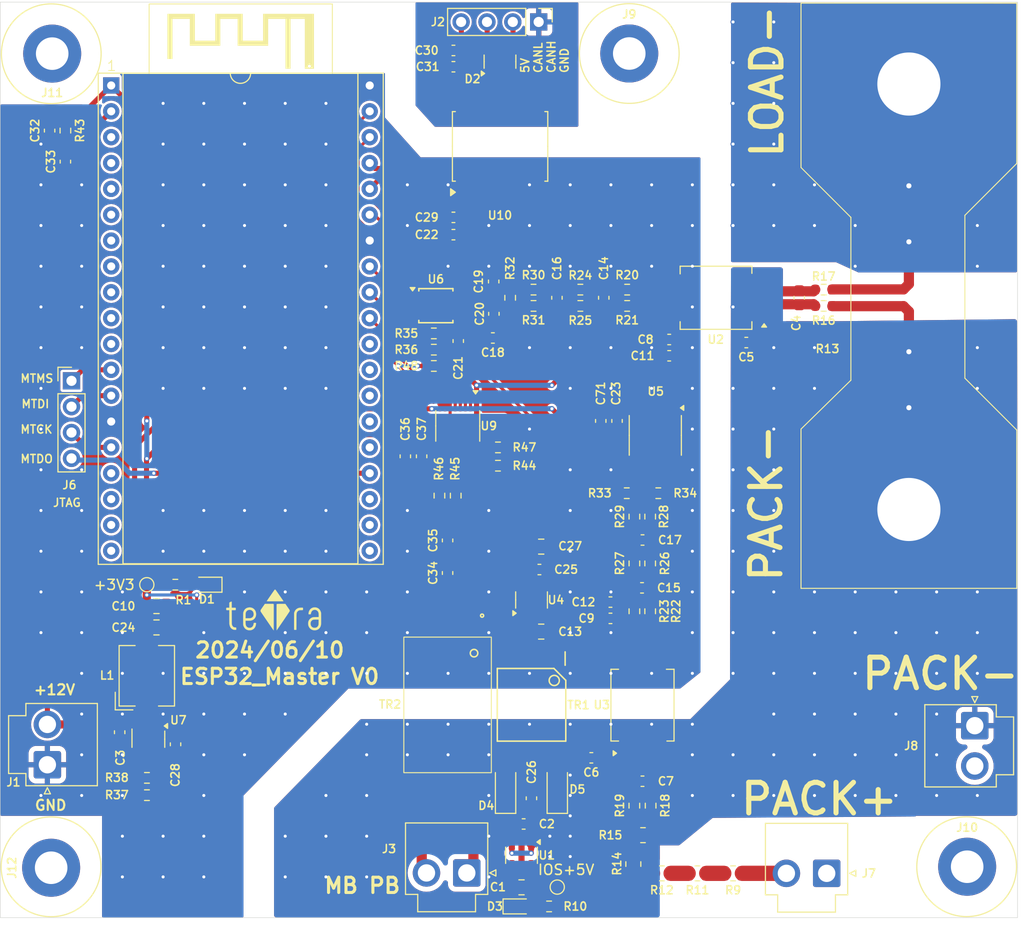
<source format=kicad_pcb>
(kicad_pcb (version 20221018) (generator pcbnew)
  (layers (0 "F.Cu" signal) (31 "B.Cu" signal) (34 "B.Paste" user) (35 "F.Paste" user) (36 "B.SilkS" user "B.Silkscreen") (37 "F.SilkS" user "F.Silkscreen") (38 "B.Mask" user) (39 "F.Mask" user) (44 "Edge.Cuts" user))
  (net 0 "")
  (net 1 "+3V3")
  (net 2 "/PowerMonitor/ISO+5V")
  (net 3 "Net-(D4-K)")
  (net 4 "GND")
  (net 5 "Net-(U2-VINP)")
  (net 6 "Net-(U2-VINN)")
  (net 7 "Net-(U3-VINP)")
  (net 8 "Net-(U3-VINN)")
  (net 9 "Net-(C14-Pad1)")
  (net 10 "Net-(C14-Pad2)")
  (net 11 "Net-(C15-Pad1)")
  (net 12 "Net-(C15-Pad2)")
  (net 13 "Net-(C16-Pad1)")
  (net 14 "Net-(C16-Pad2)")
  (net 15 "Net-(C17-Pad1)")
  (net 16 "Net-(C17-Pad2)")
  (net 17 "GNDA")
  (net 18 "/PowerMonitor/Vin+")
  (net 19 "/PowerMonitor/Vin-")
  (net 20 "/PowerMonitor/BAT+")
  (net 26 "Net-(C34-Pad1)")
  (net 27 "Net-(C35-Pad2)")
  (net 28 "+5V")
  (net 29 "Net-(D3-A)")
  (net 30 "/PowerMonitor/VBAT_SENSE")
  (net 31 "/MCU/Boot")
  (net 32 "/MCU/NRST")
  (net 33 "Net-(R11-Pad1)")
  (net 34 "Net-(R11-Pad2)")
  (net 35 "Net-(R12-Pad2)")
  (net 36 "Net-(R14-Pad2)")
  (net 37 "Net-(D1-A)")
  (net 38 "Net-(U7-CB)")
  (net 39 "Net-(U2-VOUTN)")
  (net 40 "Net-(U2-VOUTP)")
  (net 41 "Net-(U3-VOUTN)")
  (net 42 "Net-(U3-VOUTP)")
  (net 43 "/MCU/MTMS")
  (net 44 "/MCU/MTDI")
  (net 45 "/MCU/MTCK")
  (net 46 "/MCU/MTDO")
  (net 47 "Net-(U9-ICMP)")
  (net 48 "/MCU/IP")
  (net 49 "/MCU/IM")
  (net 52 "Net-(U9-IBIAS)")
  (net 53 "/CAN/5V_CAN")
  (net 54 "/CAN/CAN_GND")
  (net 55 "/CAN/CANL")
  (net 56 "/MCU/MISO")
  (net 57 "/CAN/CANH")
  (net 58 "/CAN/CAN_RX")
  (net 63 "/CAN/CAN_TX")
  (net 74 "/MCU/SS")
  (net 75 "/MCU/SCK")
  (net 76 "/MCU/MOSI")
  (net 77 "/PowerMonitor/INN")
  (net 78 "/MCU/SCL")
  (net 79 "/MCU/SDA")
  (net 80 "Net-(U4-D2)")
  (net 81 "Net-(U4-D1)")
  (net 82 "Net-(U5B--)")
  (net 83 "Net-(D4-A)")
  (net 84 "Net-(D5-A)")
  (net 85 "/MA")
  (net 87 "/PA")
  (net 96 "Net-(U5B-+)")
  (net 100 "+12V")
  (net 101 "Net-(U7-SW)")
  (net 102 "Net-(U7-FB)")
  (footprint "Resistor_SMD:R_0603_1608Metric" (layer "F.Cu") (at 130.9 88.3 180)
    (fp_text reference "R17")
    (fp_text value "1K")
  )
  (footprint "Resistor_SMD:R_0603_1608Metric" (layer "F.Cu") (at 98.9 103.8)
    (fp_text reference "R47")
    (fp_text value "1.2K")
  )
  (footprint "LED_SMD:LED_0603_1608Metric" (layer "F.Cu") (at 100.885 148.9)
    (fp_text reference "D3")
    (fp_text value "LED Red")
  )
  (footprint "Resistor_SMD:R_0805_2012Metric" (layer "F.Cu") (at 113.15 141.9)
    (fp_text reference "R15")
    (fp_text value "1KΩ ±0.1% 250mW")
  )
  (footprint "Connector_JST:JST_VH_B2P-VH-B_1x02_P3.96mm_Vertical" (layer "F.Cu") (at 131.2 145.65 180)
    (fp_text reference "J7")
    (fp_text value "Check_Votage")
  )
  (footprint "Package_SO:SOP-8_6.62x9.15mm_P2.54mm" (layer "F.Cu") (at 99.11 74.225 90)
    (fp_text reference "U10")
    (fp_text value "ISO1050DUBR")
  )
  (footprint "Resistor_SMD:R_0805_2012Metric" (layer "F.Cu") (at 112.2 144.7375 90)
    (fp_text reference "R14")
    (fp_text value "470KΩ ±0.1% 250mW")
  )
  (footprint "Resistor_SMD:R_PSR500HTQFB0L10_Metric_Pad5.2x8.75mm_Hole" (layer "F.Cu") (at 139.275 89 90)
    (fp_text reference "R13")
    (fp_text value "0.1MR  1% 15W ")
  )
  (footprint "Capacitor_SMD:C_0603_1608Metric" (layer "F.Cu") (at 98.48 87.5 -90)
    (fp_text reference "C19")
    (fp_text value "100nF/100V")
  )
  (footprint "Capacitor_SMD:C_0603_1608Metric" (layer "F.Cu") (at 104.695 89.1 -90)
    (fp_text reference "C16")
    (fp_text value "220pF/50V")
  )
  (footprint "Capacitor_SMD:C_0603_1608Metric" (layer "F.Cu") (at 109.955 119 180)
    (fp_text reference "C12")
    (fp_text value "2.2uF/25V")
  )
  (footprint "Capacitor_SMD:C_0805_2012Metric" (layer "F.Cu") (at 103.15 121.9)
    (fp_text reference "C13")
    (fp_text value "10uF/16V")
  )
  (footprint "Capacitor_SMD:C_0603_1608Metric" (layer "F.Cu") (at 94.525 81.2 180)
    (fp_text reference "C29")
    (fp_text value "100nF/100V")
  )
  (footprint "Resistor_SMD:R_0603_1608Metric" (layer "F.Cu") (at 112.305 115.2 90)
    (fp_text reference "R27")
    (fp_text value "1K")
  )
  (footprint "MountingHole:MountingHole_3.2mm_M3_ISO7380_Pad" (layer "F.Cu") (at 55 145.1 90)
    (fp_text reference "J12")
    (fp_text value "Hole /NC")
  )
  (footprint "Capacitor_SMD:C_0603_1608Metric" (layer "F.Cu") (at 113.055 117.6 180)
    (fp_text reference "C15")
    (fp_text value "2.2nF/16V")
  )
  (footprint "Package_SO:SOIC-8_3.9x4.9mm_P1.27mm" (layer "F.Cu") (at 114.36 102.62 -90)
    (fp_text reference "U5")
    (fp_text value "OPA2197IDR")
  )
  (footprint "Resistor_SMD:R_0603_1608Metric" (layer "F.Cu") (at 94.75 108.54 90)
    (fp_text reference "R45")
    (fp_text value "51R")
  )
  (footprint "Capacitor_SMD:C_0603_1608Metric" (layer "F.Cu") (at 113.1 136.6)
    (fp_text reference "C7")
    (fp_text value "330pF/100V")
  )
  (footprint "Resistor_SMD:R_0603_1608Metric" (layer "F.Cu") (at 113.855 115.2 90)
    (fp_text reference "R26")
    (fp_text value "1K")
  )
  (footprint "Resistor_SMD:R_0603_1608Metric" (layer "F.Cu") (at 113.855 119.9 -90)
    (fp_text reference "R22")
    (fp_text value "100R")
  )
  (footprint "Capacitor_SMD:C_0603_1608Metric" (layer "F.Cu") (at 94.525 66.4)
    (fp_text reference "C31")
    (fp_text value "100nF/100V")
  )
  (footprint "Capacitor_SMD:C_0603_1608Metric" (layer "F.Cu") (at 56.4 75.725 90)
    (fp_text reference "C33")
    (fp_text value "100nF/100V")
  )
  (footprint "Capacitor_SMD:C_0603_1608Metric" (layer "F.Cu") (at 102.975 115.8)
    (fp_text reference "C25")
    (fp_text value "100nF/100V")
  )
  (footprint "Resistor_SMD:R_0603_1608Metric" (layer "F.Cu") (at 111.595 89.9)
    (fp_text reference "R21")
    (fp_text value "100R")
  )
  (footprint "Capacitor_SMD:C_0603_1608Metric" (layer "F.Cu") (at 128.5 89.1 90)
    (fp_text reference "C4")
    (fp_text value "330pF/100V")
  )
  (footprint "Capacitor_SMD:C_0805_2012Metric" (layer "F.Cu") (at 103.15 113.55)
    (fp_text reference "C27")
    (fp_text value "10uF/16V")
  )
  (footprint "Resistor_SMD:R_0805_2012Metric" (layer "F.Cu") (at 115 145.65 180)
    (fp_text reference "R12")
    (fp_text value "470KΩ ±0.1% 250mW")
  )
  (footprint "Package_SO:MSOP-16_3x4mm_P0.5mm" (layer "F.Cu") (at 94.95 101.69 -90)
    (fp_text reference "U9")
    (fp_text value "LTC6820")
  )
  (footprint "Diode_SMD:D_SOD-123" (layer "F.Cu") (at 104.73 137.4 90)
    (fp_text reference "D5")
    (fp_text value "MBR0520")
  )
  (footprint "Connector_PinHeader_2.54mm:PinHeader_1x04_P2.54mm_Vertical" (layer "F.Cu") (at 102.9 62 -90)
    (fp_text reference "J2")
    (fp_text value "CAN")
  )
  (footprint "Resistor_SMD:R_0603_1608Metric" (layer "F.Cu") (at 102.395 88.3)
    (fp_text reference "R30")
    (fp_text value "3.3K")
  )
  (footprint "Capacitor_SMD:C_0603_1608Metric" (layer "F.Cu") (at 101.425 140.8 180)
    (fp_text reference "C2")
    (fp_text value "100nF/100V")
  )
  (footprint "Resistor_SMD:R_0603_1608Metric" (layer "F.Cu") (at 92.6 92.6 180)
    (fp_text reference "R35")
    (fp_text value "4.7K")
  )
  (footprint "Resistor_SMD:R_0603_1608Metric" (layer "F.Cu") (at 113.855 110.6 90)
    (fp_text reference "R28")
    (fp_text value "5.6K")
  )
  (footprint "Resistor_SMD:R_0603_1608Metric" (layer "F.Cu") (at 92.6 95.8 180)
    (fp_text reference "R48")
    (fp_text value "2K")
  )
  (footprint "MountingHole:MountingHole_3.2mm_M3_ISO7380_Pad" (layer "F.Cu") (at 145 145)
    (fp_text reference "J10")
    (fp_text value "Hole /NC")
  )
  (footprint "Package_SO:SSO-8_6.8x5.9mm_P1.27mm_Clearance8mm" (layer "F.Cu") (at 113.1 129.1 90)
    (fp_text reference "U3")
    (fp_text value "AMC1301")
  )
  (footprint "Connector_PinHeader_2.54mm:PinHeader_1x04_P2.54mm_Vertical" (layer "F.Cu") (at 57 97.26)
    (fp_text reference "J6")
    (fp_text value "JTAG /NC")
  )
  (footprint "Capacitor_SMD:C_0805_2012Metric" (layer "F.Cu") (at 65.35 121.49)
    (fp_text reference "C24")
    (fp_text value "10uF/16V")
  )
  (footprint "Package_TO_SOT_SMD:SOT-23-5" (layer "F.Cu") (at 102.2 118.79 90)
    (fp_text reference "U4")
    (fp_text value "SN6501DBV")
  )
  (footprint "Resistor_SMD:R_0603_1608Metric" (layer "F.Cu") (at 106.995 89.9 180)
    (fp_text reference "R25")
    (fp_text value "1K")
  )
  (footprint "Connector_JST:JST_VH_B2P-VH-B_1x02_P3.96mm_Vertical" (layer "F.Cu") (at 95.8375 145.61 180)
    (fp_text reference "J3")
    (fp_text value "PA MA")
  )
  (footprint "Package_TO_SOT_SMD:SOT-23-5" (layer "F.Cu") (at 101.215 143.875 -90)
    (fp_text reference "U1")
    (fp_text value "TPS76350")
  )
  (footprint "Resistor_SMD:R_0603_1608Metric" (layer "F.Cu") (at 112.3 139 90)
    (fp_text reference "R19")
    (fp_text value "10R")
  )
  (footprint "Capacitor_SMD:C_0603_1608Metric" (layer "F.Cu") (at 98.4 93.05 180)
    (fp_text reference "C18")
    (fp_text value "100nF/100V")
  )
  (footprint "RF_Module:ESP32-DevKitc V4_DIP-38_27.9mm×48.2mm" (layer "F.Cu") (at 59.63 115.23)
    (fp_text reference "U8" hide)
    (fp_text value "ESP32-DevKitC V4" hide)
  )
  (footprint "Connector_JST:JST_VH_B2P-VH-B_1x02_P3.96mm_Vertical" (layer "F.Cu") (at 54.63 134.98 90)
    (fp_text reference "J1")
    (fp_text value "PB MB")
  )
  (footprint "Capacitor_SMD:C_0603_1608Metric" (layer "F.Cu") (at 113.105 112.9 180)
    (fp_text reference "C17")
    (fp_text value "220pF/50V")
  )
  (footprint "Capacitor_SMD:C_0603_1608Metric" (layer "F.Cu") (at 54.85 72.675 90)
    (fp_text reference "C32")
    (fp_text value "100nF/100V")
  )
  (footprint "Resistor_SMD:R_0603_1608Metric" (layer "F.Cu") (at 56.4 72.675 -90)
    (fp_text reference "R43")
    (fp_text value "10K")
  )
  (footprint "Resistor_SMD:R_0603_1608Metric" (layer "F.Cu") (at 113.9 139 -90)
    (fp_text reference "R18")
    (fp_text value "1K")
  )
  (footprint "TestPoint:TestPoint_Pad_D1.0mm" (layer "F.Cu") (at 104.725 147)
    (fp_text reference "TP1" hide)
    (fp_text value "IOS+5V")
  )
  (footprint "Resistor_SMD:R_0603_1608Metric" (layer "F.Cu") (at 64.4125 136.27)
    (fp_text reference "R38")
    (fp_text value "22.1K")
  )
  (footprint "Symbol:teTra-LOGO" (layer "F.Cu") (at 77 119.8)
    (fp_text reference "LOGO1" hide)
    (fp_text value "teTra /NC" hide)
  )
  (footprint "MountingHole:MountingHole_3.2mm_M3_ISO7380_Pad" (layer "F.Cu") (at 55.1025 65.1125 180)
    (fp_text reference "J11")
    (fp_text value "Hole /NC")
  )
  (footprint "Resistor_SMD:R_0603_1608Metric" (layer "F.Cu") (at 106.995 88.3 180)
    (fp_text reference "R24")
    (fp_text value "1K")
  )
  (footprint "Transformer_SMD:HM2108NL" (layer "F.Cu") (at 93.95 129.1 180)
    (fp_text reference "TR2")
    (fp_text value "HM2108NL")
  )
  (footprint "Connector_Wuerth:WURTH-760390015" (layer "F.Cu") (at 102.2 129.1 -90)
    (fp_text reference "TR1")
    (fp_text value "Transformer")
  )
  (footprint "Resistor_SMD:R_0603_1608Metric" (layer "F.Cu") (at 112.305 119.9 -90)
    (fp_text reference "R23")
    (fp_text value "100R")
  )
  (footprint "Capacitor_SMD:C_0603_1608Metric" (layer "F.Cu") (at 102.19 138.275 90)
    (fp_text reference "C26")
    (fp_text value "4.7uF/16V")
  )
  (footprint "Capacitor_SMD:C_0603_1608Metric" (layer "F.Cu") (at 108.075 134.3 180)
    (fp_text reference "C6")
    (fp_text value "100nF/100V")
  )
  (footprint "Capacitor_SMD:C_0805_2012Metric" (layer "F.Cu") (at 65.35 119.39)
    (fp_text reference "C10")
    (fp_text value "10uF/16V")
  )
  (footprint "Capacitor_SMD:C_0603_1608Metric" (layer "F.Cu") (at 109.295 89.1 -90)
    (fp_text reference "C14")
    (fp_text value "2.2nF/16V")
  )
  (footprint "Capacitor_SMD:C_0603_1608Metric" (layer "F.Cu") (at 94.525 82.9 180)
    (fp_text reference "C22")
    (fp_text value "1uF/25V")
  )
  (footprint "Capacitor_SMD:C_0603_1608Metric" (layer "F.Cu") (at 93.95 116.14 90)
    (fp_text reference "C34")
    (fp_text value "10nF/100V")
  )
  (footprint "Package_TO_SOT_SMD:SOT-23" (layer "F.Cu") (at 99.1 65.9 90)
    (fp_text reference "D2")
    (fp_text value "ESD24VS2U")
  )
  (footprint "Capacitor_SMD:C_0603_1608Metric" (layer "F.Cu") (at 123.3 93.5 180)
    (fp_text reference "C5")
    (fp_text value "100nF/100V")
  )
  (footprint "Capacitor_SMD:C_0603_1608Metric" (layer "F.Cu") (at 93.95 112.94 90)
    (fp_text reference "C35")
    (fp_text value "10nF/100V")
  )
  (footprint "Resistor_SMD:R_0603_1608Metric" (layer "F.Cu") (at 92.6 94.2 180)
    (fp_text reference "R36")
    (fp_text value "4.7K")
  )
  (footprint "LED_SMD:LED_0603_1608Metric" (layer "F.Cu") (at 70.3 117.29 180)
    (fp_text reference "D1")
    (fp_text value "LED Red")
  )
  (footprint "Resistor_SMD:R_0805_2012Metric" (layer "F.Cu") (at 118.5 145.65 180)
    (fp_text reference "R11")
    (fp_text value "470KΩ ±0.1% 250mW")
  )
  (footprint "Resistor_SMD:R_0603_1608Metric" (layer "F.Cu") (at 67.2 117.29 180)
    (fp_text reference "R1")
    (fp_text value "470R")
  )
  (footprint "Capacitor_SMD:C_0805_2012Metric" (layer "F.Cu") (at 101.215 147.025 180)
    (fp_text reference "C1")
    (fp_text value "10uF/16V")
  )
  (footprint "Inductor_SMD:L_Bourns_SRP5030T" (layer "F.Cu") (at 64.4 126.24 90)
    (fp_text reference "L1")
    (fp_text value "3.3uH")
  )
  (footprint "Resistor_SMD:R_0603_1608Metric" (layer "F.Cu") (at 114.655 108.3)
    (fp_text reference "R34")
    (fp_text value "33K")
  )
  (footprint "Resistor_SMD:R_0603_1608Metric" (layer "F.Cu") (at 100.1 89.1 -90)
    (fp_text reference "R32")
    (fp_text value "1K")
  )
  (footprint "Diode_SMD:D_SOD-123" (layer "F.Cu") (at 99.65 137.4 90)
    (fp_text reference "D4")
    (fp_text value "MBR0520")
  )
  (footprint "Capacitor_SMD:C_0603_1608Metric" (layer "F.Cu") (at 109 101.2 -90)
    (fp_text reference "C71")
    (fp_text value "1uF/25V")
  )
  (footprint "Resistor_SMD:R_0603_1608Metric" (layer "F.Cu") (at 111.555 108.3 180)
    (fp_text reference "R33")
    (fp_text value "33K")
  )
  (footprint "Capacitor_SMD:C_0603_1608Metric" (layer "F.Cu") (at 98.5 90.675 90)
    (fp_text reference "C20")
    (fp_text value "100nF/100V")
  )
  (footprint "Connector_JST:JST_VH_B2P-VH-B_1x02_P3.96mm_Vertical" (layer "F.Cu") (at 145.75 131.1425 -90)
    (fp_text reference "J8")
    (fp_text value "Check_Votage")
  )
  (footprint "Package_SO:SSO-8_6.8x5.9mm_P1.27mm_Clearance8mm" (layer "F.Cu") (at 120.3 89.1 180)
    (fp_text reference "U2")
    (fp_text value "AMC1301 or AMC1302")
  )
  (footprint "Resistor_SMD:R_0603_1608Metric" (layer "F.Cu") (at 112.305 110.6 90)
    (fp_text reference "R29")
    (fp_text value "5.6K")
  )
  (footprint "Resistor_SMD:R_0603_1608Metric" (layer "F.Cu") (at 93.15 108.54 -90)
    (fp_text reference "R46")
    (fp_text value "51R")
  )
  (footprint "Capacitor_SMD:C_0603_1608Metric" (layer "F.Cu") (at 67.2225 132.97 -90)
    (fp_text reference "C28")
    (fp_text value "100nF/100V")
  )
  (footprint "Resistor_SMD:R_0805_2012Metric" (layer "F.Cu") (at 122 145.65 180)
    (fp_text reference "R9")
    (fp_text value "470KΩ ±0.1% 250mW")
  )
  (footprint "Package_TO_SOT_SMD:SOT-23-6_Handsoldering" (layer "F.Cu") (at 64.5525 132.37 -90)
    (fp_text reference "U7")
    (fp_text value "LMR51420XDDCR")
  )
  (footprint "Resistor_SMD:R_0603_1608Metric" (layer "F.Cu") (at 103.925 148.9)
    (fp_text reference "R10")
    (fp_text value "470R")
  )
  (footprint "Resistor_SMD:R_0603_1608Metric" (layer "F.Cu") (at 130.9 89.9 180)
    (fp_text reference "R16")
    (fp_text value "1K")
  )
  (footprint "Capacitor_SMD:C_0603_1608Metric" (layer "F.Cu") (at 110.6 101.2 90)
    (fp_text reference "C23")
    (fp_text value "100nF/100V")
  )
  (footprint "Resistor_SMD:R_0603_1608Metric" (layer "F.Cu") (at 98.9 105.6 180)
    (fp_text reference "R44")
    (fp_text value "806R")
  )
  (footprint "MountingHole:MountingHole_3.2mm_M3_ISO7380_Pad" (layer "F.Cu") (at 111.8 65.1)
    (fp_text reference "J9")
    (fp_text value "Hole /NC")
  )
  (footprint "Capacitor_SMD:C_0603_1608Metric" (layer "F.Cu") (at 115.725 93.2)
    (fp_text reference "C8")
    (fp_text value "100nF/100V")
  )
  (footprint "Package_SO:MSOP-10_3x3mm_P0.5mm" (layer "F.Cu") (at 92.8 89.875)
    (fp_text reference "U6")
    (fp_text value "ISL28022")
  )
  (footprint "Resistor_SMD:R_0603_1608Metric" (layer "F.Cu") (at 111.595 88.3)
    (fp_text reference "R20")
    (fp_text value "100R")
  )
  (footprint "Capacitor_SMD:C_0603_1608Metric" (layer "F.Cu") (at 61.7325 131.785 -90)
    (fp_text reference "C3")
    (fp_text value "2.2uF/25V")
  )
  (footprint "Capacitor_SMD:C_0603_1608Metric" (layer "F.Cu") (at 115.725 94.8)
    (fp_text reference "C11")
    (fp_text value "2.2uF/25V")
  )
  (footprint "TestPoint:TestPoint_Pad_D1.0mm" (layer "F.Cu") (at 64.4 117.29 180)
    (fp_text reference "TP2" hide)
    (fp_text value "+3V3")
  )
  (footprint "Capacitor_SMD:C_0603_1608Metric" (layer "F.Cu") (at 94.525 64.8 180)
    (fp_text reference "C30")
    (fp_text value "1uF/25V")
  )
  (footprint "Resistor_SMD:R_0603_1608Metric" (layer "F.Cu") (at 102.395 89.9)
    (fp_text reference "R31")
    (fp_text value "3.3K")
  )
  (footprint "Capacitor_SMD:C_0603_1608Metric" (layer "F.Cu") (at 91.4 104.675 -90)
    (fp_text reference "C37")
    (fp_text value "100nF/100V")
  )
  (footprint "Capacitor_SMD:C_0603_1608Metric" (layer "F.Cu") (at 95 93.35 90)
    (fp_text reference "C21")
    (fp_text value "100nF/100V")
  )
  (footprint "Resistor_SMD:R_0603_1608Metric" (layer "F.Cu") (at 64.4125 137.97)
    (fp_text reference "R37")
    (fp_text value "100K")
  )
  (footprint "Capacitor_SMD:C_0603_1608Metric" (layer "F.Cu") (at 89.8 104.675 90)
    (fp_text reference "C36")
    (fp_text value "1uF/25V")
  )
  (footprint "Capacitor_SMD:C_0603_1608Metric" (layer "F.Cu") (at 109.955 120.6 180)
    (fp_text reference "C9")
    (fp_text value "100nF/100V")
  )
  (gr_circle (center 144.95 145) (end 149.85 145) (stroke (width 0.12)) (fill none) (layer "F.SilkS"))
  (gr_circle (center 55.0125 65.1225) (end 55.0125 60.2225) (stroke (width 0.12)) (fill none) (layer "F.SilkS"))
  (gr_circle (center 54.99 145.01) (end 59.89 145.01) (stroke (width 0.12)) (fill none) (layer "F.SilkS"))
  (gr_circle (center 111.8 65.1) (end 116.7 65.1) (stroke (width 0.12)) (fill none) (layer "F.SilkS"))
  (gr_rect (start 50 60.05) (end 149.95 150) (stroke (width 0.05)) (fill none) (layer "Edge.Cuts"))
  (gr_text "JTAG" (at 55.1 109.7) (layer "F.SilkS") (effects (font (size 0.8 0.8) (thickness 0.15) bold) (justify left bottom)))
  (gr_text "MTDI" (at 52 100) (layer "F.SilkS") (effects (font (size 0.8 0.8) (thickness 0.15) bold) (justify left bottom)))
  (gr_text "2024/06/10" (at 69 124.6) (layer "F.SilkS") (effects (font (size 1.5 1.5) (thickness 0.3) bold) (justify left bottom)))
  (gr_text "GND" (at 53.3 139.55) (layer "F.SilkS") (effects (font (size 1 1) (thickness 0.2) bold) (justify left bottom)))
  (gr_text "MTMS" (at 51.9 97.5) (layer "F.SilkS") (effects (font (size 0.8 0.8) (thickness 0.15) bold) (justify left bottom)))
  (gr_text "PACK+" (at 122.5 140.1) (layer "F.SilkS") (effects (font (size 3 3) (thickness 0.5) bold) (justify left bottom)))
  (gr_text "MTCK" (at 51.9 102.5) (layer "F.SilkS") (effects (font (size 0.8 0.8) (thickness 0.15) bold) (justify left bottom)))
  (gr_text "ESP32_Master V0" (at 67.5 127.2) (layer "F.SilkS") (effects (font (size 1.5 1.5) (thickness 0.3) bold) (justify left bottom)))
  (gr_text "MTDO" (at 51.9 105.4) (layer "F.SilkS") (effects (font (size 0.8 0.8) (thickness 0.15) bold) (justify left bottom)))
  (gr_text "+12V" (at 53.2 128.2) (layer "F.SilkS") (effects (font (size 1 1) (thickness 0.2) bold) (justify left bottom)))
  (gr_text "5V\nCANL\nCANH\nGND" (at 105.9 67.1 90) (layer "F.SilkS") (effects (font (size 0.8 0.8)) (justify left bottom)))
  (gr_text "LOAD-" (at 127.1 75.6 90) (layer "F.SilkS") (effects (font (size 3 3) (thickness 0.5) bold) (justify left bottom)))
  (gr_text "MB PB" (at 81.7 147.73) (layer "F.SilkS") (effects (font (size 1.5 1.5) (thickness 0.3) bold) (justify left bottom)))
  (gr_text "PACK-" (at 134.4 127.8) (layer "F.SilkS") (effects (font (size 3 3) (thickness 0.5) bold) (justify left bottom)))
  (gr_text "PACK-" (at 127 117.25 90) (layer "F.SilkS") (effects (font (size 3 3) (thickness 0.5) bold) (justify left bottom)))
  (segment (start 102.19 111.49) (end 102.19 124.51) (width 0.5) (layer "F.Cu") (net 1))
  (segment (start 92.95 92.125) (end 92.95 85.25) (width 0.4) (layer "F.Cu") (net 1))
  (segment (start 57.24 71.9) (end 60.9 68.24) (width 0.5) (layer "F.Cu") (net 1))
  (segment (start 66.375 117.29) (end 64.4 117.29) (width 0.5) (layer "F.Cu") (net 1))
  (segment (start 93.7 100.9) (end 93.1 101.5) (width 0.5) (layer "F.Cu") (net 1))
  (segment (start 111.195 122.775) (end 111.195 123.6525) (width 0.5) (layer "F.Cu") (net 1))
  (segment (start 92.95 85.25) (end 95.3 82.9) (width 0.4) (layer "F.Cu") (net 1))
  (segment (start 93.2 103.01188) (end 93.2 103.84) (width 0.3) (layer "F.Cu") (net 1))
  (segment (start 93.425 92.6) (end 92.95 92.125) (width 0.4) (layer "F.Cu") (net 1))
  (segment (start 64.4 101.2) (end 64.4 71.74) (width 0.5) (layer "F.Cu") (net 1))
  (segment (start 89.8 103.9) (end 91.4 103.9) (width 0.5) (layer "F.Cu") (net 1))
  (segment (start 64.37 104.93) (end 64.4 104.9) (width 0.5) (layer "F.Cu") (net 1))
  (segment (start 93.04 103.9) (end 93.1 103.84) (width 0.5) (layer "F.Cu") (net 1))
  (segment (start 95.275 90.875) (end 95 90.875) (width 0.3) (layer "F.Cu") (net 1))
  (segment (start 93.1 102.8) (end 93.1 103.84) (width 0.5) (layer "F.Cu") (net 1))
  (segment (start 110.73 120.6) (end 110.73 122.31) (width 0.5) (layer "F.Cu") (net 1))
  (segment (start 93.425 95.8) (end 93.425 92.6) (width 0.4) (layer "F.Cu") (net 1))
  (segment (start 99.5 100.9) (end 102.19 103.59) (width 0.5) (layer "F.Cu") (net 1))
  (segment (start 54.85 71.9) (end 57.24 71.9) (width 0.5) (layer "F.Cu") (net 1))
  (segment (start 68.13 137.97) (end 69.3 136.8) (width 0.3) (layer "F.Cu") (net 1))
  (segment (start 64.4 71.74) (end 60.9 68.24) (width 0.5) (layer "F.Cu") (net 1))
  (segment (start 66.75 102.55) (end 88.45 102.55) (width 0.5) (layer "F.Cu") (net 1))
  (segment (start 69.3 136.8) (end 69.3 118.3) (width 0.3) (layer "F.Cu") (net 1))
  (segment (start 96.8 100.9) (end 96.8 97.7) (width 0.5) (layer "F.Cu") (net 1))
  (segment (start 94.9 95.8) (end 93.425 95.8) (width 0.5) (layer "F.Cu") (net 1))
  (segment (start 114.9525 94.7975) (end 114.9525 91.005) (width 0.5) (layer "F.Cu") (net 1))
  (segment (start 94.45312 102.765) (end 93.44688 102.765) (width 0.3) (layer "F.Cu") (net 1))
  (segment (start 94.2 100.9) (end 99.5 100.9) (width 0.5) (layer "F.Cu") (net 1))
  (segment (start 110.73 122.31) (end 111.195 122.775) (width 0.5) (layer "F.Cu") (net 1))
  (segment (start 64.4 118.3) (end 64.4 117.29) (width 0.8) (layer "F.Cu") (net 1))
  (segment (start 110.73 114.04) (end 110.73 120.6) (width 0.5) (layer "F.Cu") (net 1))
  (segment (start 102.19 111.49) (end 108.18 111.49) (width 0.5) (layer "F.Cu") (net 1))
  (segment (start 94.2 99.54) (end 94.2 100.9) (width 0.3) (layer "F.Cu") (net 1))
  (segment (start 65.2375 137.97) (end 68.13 137.97) (width 0.3) (layer "F.Cu") (net 1))
  (segment (start 96.8 97.7) (end 94.9 95.8) (width 0.5) (layer "F.Cu") (net 1))
  (segment (start 95.3 78.75) (end 95.3 82.9) (width 0.5) (layer "F.Cu") (net 1))
  (segment (start 93.425 92.6) (end 95 92.6) (width 0.4) (layer "F.Cu") (net 1))
  (segment (start 93.44688 102.765) (end 93.2 103.01188) (width 0.3) (layer "F.Cu") (net 1))
  (segment (start 88.45 102.55) (end 89.8 103.9) (width 0.5) (layer "F.Cu") (net 1))
  (segment (start 91.4 103.9) (end 93.04 103.9) (width 0.5) (layer "F.Cu") (net 1))
  (segment (start 64.37 117.26) (end 64.37 104.93) (width 0.5) (layer "F.Cu") (net 1))
  (segment (start 104.2 97.7) (end 107.1 94.8) (width 0.5) (layer "F.Cu") (net 1))
  (segment (start 94.7 103.01188) (end 94.45312 102.765) (width 0.3) (layer "F.Cu") (net 1))
  (segment (start 93.1 101.5) (end 93.1 102.8) (width 0.5) (layer "F.Cu") (net 1))
  (segment (start 95 92.6) (end 95 90.925) (width 0.4) (layer "F.Cu") (net 1))
  (segment (start 102.19 103.59) (end 102.19 111.49) (width 0.5) (layer "F.Cu") (net 1))
  (segment (start 93.2 99.54) (end 94.1 99.54) (width 0.5) (layer "F.Cu") (net 1))
  (segment (start 114.95 94.8) (end 114.9525 94.7975) (width 0.5) (layer "F.Cu") (net 1))
  (segment (start 107.1 94.8) (end 114.95 94.8) (width 0.5) (layer "F.Cu") (net 1))
  (segment (start 64.4 104.9) (end 66.75 102.55) (width 0.5) (layer "F.Cu") (net 1))
  (segment (start 94.2 100.9) (end 93.7 100.9) (width 0.5) (layer "F.Cu") (net 1))
  (segment (start 64.4 123.99) (end 64.4 118.3) (width 0.8) (layer "F.Cu") (net 1))
  (segment (start 108.18 111.49) (end 110.73 114.04) (width 0.5) (layer "F.Cu") (net 1))
  (segment (start 94.7 103.84) (end 94.7 103.01188) (width 0.3) (layer "F.Cu") (net 1))
  (via (at 69.3 118.3) (size 0.5) (drill 0.3) (layers "F.Cu" "B.Cu") (net 1))
  (via (at 64.4 104.9) (size 0.5) (drill 0.3) (layers "F.Cu" "B.Cu") (net 1))
  (via (at 64.4 118.3) (size 0.5) (drill 0.3) (layers "F.Cu" "B.Cu") (net 1))
  (via (at 96.8 97.7) (size 0.5) (drill 0.3) (layers "F.Cu" "B.Cu") (net 1))
  (via (at 64.4 101.2) (size 0.5) (drill 0.3) (layers "F.Cu" "B.Cu") (net 1))
  (via (at 104.2 97.7) (size 0.5) (drill 0.3) (layers "F.Cu" "B.Cu") (net 1))
  (segment (start 96.8 97.7) (end 104.2 97.7) (width 0.5) (layer "B.Cu") (net 1))
  (segment (start 69.3 118.3) (end 64.4 118.3) (width 0.3) (layer "B.Cu") (net 1))
  (segment (start 64.4 104.9) (end 64.4 101.2) (width 0.5) (layer "B.Cu") (net 1))
  (segment (start 102.165 145.0125) (end 102.165 147.025) (width 0.8) (layer "F.Cu") (net 2))
  (segment (start 109.075 134.3475) (end 111.195 134.3475) (width 0.8) (layer "F.Cu") (net 2))
  (segment (start 104.725 147) (end 105.4 147) (width 0.8) (layer "F.Cu") (net 2))
  (segment (start 124 127.4) (end 124 91.7) (width 0.8) (layer "F.Cu") (net 2))
  (segment (start 112.24 132.1) (end 119.3 132.1) (width 0.8) (layer "F.Cu") (net 2))
  (segment (start 104.75 148.9) (end 104.75 147.025) (width 0.5) (layer "F.Cu") (net 2))
  (segment (start 102.165 147.025) (end 104.7 147.025) (width 0.8) (layer "F.Cu") (net 2))
  (segment (start 111.195 133.145) (end 112.24 132.1) (width 0.8) (layer "F.Cu") (net 2))
  (segment (start 109.075 143.325) (end 109.075 134.3475) (width 0.8) (layer "F.Cu") (net 2))
  (segment (start 124 91.7) (end 124.695 91.005) (width 0.8) (layer "F.Cu") (net 2))
  (segment (start 111.195 134.3475) (end 111.195 133.145) (width 0.8) (layer "F.Cu") (net 2))
  (segment (start 124.695 91.005) (end 125.6475 91.005) (width 0.8) (layer "F.Cu") (net 2))
  (segment (start 105.4 147) (end 109.075 143.325) (width 0.8) (layer "F.Cu") (net 2))
  (segment (start 119.3 132.1) (end 124 127.4) (width 0.8) (layer "F.Cu") (net 2))
  (segment (start 99.65 139.05) (end 104.73 139.05) (width 1) (layer "F.Cu") (net 3))
  (segment (start 102.165 142.7375) (end 102.165 143.665) (width 0.5) (layer "F.Cu") (net 3))
  (segment (start 100.27 143.67) (end 100.27 142.7425) (width 0.5) (layer "F.Cu") (net 3))
  (segment (start 100.27 142.7425) (end 100.265 142.7375) (width 0.5) (layer "F.Cu") (net 3))
  (segment (start 102.19 139.05) (end 102.215 139.075) (width 1) (layer "F.Cu") (net 3))
  (segment (start 102.165 143.665) (end 102.16 143.67) (width 0.5) (layer "F.Cu") (net 3))
  (segment (start 102.215 139.075) (end 102.215 142.7375) (width 1) (layer "F.Cu") (net 3))
  (via (at 102.16 143.67) (size 0.5) (drill 0.3) (layers "F.Cu" "B.Cu") (net 3))
  (via (at 100.27 143.67) (size 0.5) (drill 0.3) (layers "F.Cu" "B.Cu") (net 3))
  (segment (start 102.16 143.67) (end 100.27 143.67) (width 0.5) (layer "B.Cu") (net 3))
  (segment (start 98.45 91.45) (end 98.5 91.45) (width 0.3) (layer "F.Cu") (net 4))
  (segment (start 93.95 115.365) (end 93.95 113.715) (width 0.5) (layer "F.Cu") (net 4))
  (segment (start 95.2 103.84) (end 95.7 103.84) (width 0.3) (layer "F.Cu") (net 4))
  (via (at 106 86) (size 0.5) (drill 0.3) (layers "F.Cu" "B.Cu") (net 4))
  (via (at 102 126) (size 0.5) (drill 0.3) (layers "F.Cu" "B.Cu") (net 4))
  (via (at 70 146) (size 0.5) (drill 0.3) (layers "F.Cu" "B.Cu") (net 4))
  (via (at 90 78) (size 0.5) (drill 0.3) (layers "F.Cu" "B.Cu") (net 4))
  (via (at 78 74) (size 0.5) (drill 0.3) (layers "F.Cu" "B.Cu") (net 4))
  (via (at 74 134) (size 0.5) (drill 0.3) (layers "F.Cu" "B.Cu") (net 4))
  (via (at 98 114) (size 0.5) (drill 0.3) (layers "F.Cu" "B.Cu") (net 4))
  (via (at 62 126) (size 0.5) (drill 0.3) (layers "F.Cu" "B.Cu") (net 4))
  (via (at 90 118) (size 0.5) (drill 0.3) (layers "F.Cu" "B.Cu") (net 4))
  (via (at 54 106) (size 0.5) (drill 0.3) (layers "F.Cu" "B.Cu") (net 4))
  (via (at 54 98) (size 0.5) (drill 0.3) (layers "F.Cu" "B.Cu") (net 4))
  (via (at 98 82) (size 0.5) (drill 0.3) (layers "F.Cu" "B.Cu") (net 4))
  (via (at 54 110) (size 0.5) (drill 0.3) (layers "F.Cu" "B.Cu") (net 4))
  (via (at 66 78) (size 0.5) (drill 0.3) (layers "F.Cu" "B.Cu") (net 4))
  (via (at 54 90) (size 0.5) (drill 0.3) (layers "F.Cu" "B.Cu") (net 4))
  (via (at 66 86) (size 0.5) (drill 0.3) (layers "F.Cu" "B.Cu") (net 4))
  (via (at 74 70) (size 0.5) (drill 0.3) (layers "F.Cu" "B.Cu") (net 4))
  (via (at 66 90) (size 0.5) (drill 0.3) (layers "F.Cu" "B.Cu") (net 4))
  (via (at 86 118) (size 0.5) (drill 0.3) (layers "F.Cu" "B.Cu") (net 4))
  (via (at 78 90) (size 0.5) (drill 0.3) (layers "F.Cu" "B.Cu") (net 4))
  (via (at 86 126) (size 0.5) (drill 0.3) (layers "F.Cu" "B.Cu") (net 4))
  (via (at 70 138) (size 0.5) (drill 0.3) (layers "F.Cu" "B.Cu") (net 4))
  (via (at 74 98) (size 0.5) (drill 0.3) (layers "F.Cu" "B.Cu") (net 4))
  (via (at 118 110) (size 0.5) (drill 0.3) (layers "F.Cu" "B.Cu") (net 4))
  (via (at 102 86) (size 0.5) (drill 0.3) (layers "F.Cu" "B.Cu") (net 4))
  (via (at 58 134) (size 0.5) (drill 0.3) (layers "F.Cu" "B.Cu") (net 4))
  (via (at 54 118) (size 0.5) (drill 0.3) (layers "F.Cu" "B.Cu") (net 4))
  (via (at 70 110) (size 0.5) (drill 0.3) (layers "F.Cu" "B.Cu") (net 4))
  (via (at 54 86) (size 0.5) (drill 0.3) (layers "F.Cu" "B.Cu") (net 4))
  (via (at 78 114) (size 0.5) (drill 0.3) (layers "F.Cu" "B.Cu") (net 4))
  (via (at 106 82) (size 0.5) (drill 0.3) (layers "F.Cu" "B.Cu") (net 4))
  (via (at 54 138) (size 0.5) (drill 0.3) (layers "F.Cu" "B.Cu") (net 4))
  (via (at 78 126) (size 0.5) (drill 0.3) (layers "F.Cu" "B.Cu") (net 4))
  (via (at 66 114) (size 0.5) (drill 0.3) (layers "F.Cu" "B.Cu") (net 4))
  (via (at 70 98) (size 0.5) (drill 0.3) (layers "F.Cu" "B.Cu") (net 4))
  (via (at 58 138) (size 0.5) (drill 0.3) (layers "F.Cu" "B.Cu") (net 4))
  (via (at 66 130) (size 0.5) (drill 0.3) (layers "F.Cu" "B.Cu") (net 4))
  (via (at 82 98) (size 0.5) (drill 0.3) (layers "F.Cu" "B.Cu") (net 4))
  (via (at 74 114) (size 0.5) (drill 0.3) (layers "F.Cu" "B.Cu") (net 4))
  (via (at 102 78) (size 0.5) (drill 0.3) (layers "F.Cu" "B.Cu") (net 4))
  (via (at 74 86) (size 0.5) (drill 0.3) (layers "F.Cu" "B.Cu") (net 4))
  (via (at 54 78) (size 0.5) (drill 0.3) (layers "F.Cu" "B.Cu") (net 4))
  (via (at 82 86) (size 0.5) (drill 0.3) (layers "F.Cu" "B.Cu") (net 4))
  (via (at 66 74) (size 0.5) (drill 0.3) (layers "F.Cu" "B.Cu") (net 4))
  (via (at 90 126) (size 0.5) (drill 0.3) (layers "F.Cu" "B.Cu") (net 4))
  (via (at 74 90) (size 0.5) (drill 0.3) (layers "F.Cu" "B.Cu") (net 4))
  (via (at 118 126) (size 0.5) (drill 0.3) (layers "F.Cu" "B.Cu") (net 4))
  (via (at 118 94) (size 0.5) (drill 0.3) (layers "F.Cu" "B.Cu") (net 4))
  (via (at 82 118) (size 0.5) (drill 0.3) (layers "F.Cu" "B.Cu") (net 4))
  (via (at 118 102) (size 0.5) (drill 0.3) (layers "F.Cu" "B.Cu") (net 4))
  (via (at 70 78) (size 0.5) (drill 0.3) (layers "F.Cu" "B.Cu") (net 4))
  (via (at 54 114) (size 0.5) (drill 0.3) (layers "F.Cu" "B.Cu") (net 4))
  (via (at 106 110) (size 0.5) (drill 0.3) (layers "F.Cu" "B.Cu") (net 4))
  (via (at 70 70) (size 0.5) (drill 0.3) (layers "F.Cu" "B.Cu") (net 4))
  (via (at 94 86) (size 0.5) (drill 0.3) (layers "F.Cu" "B.Cu") (net 4))
  (via (at 98 122) (size 0.5) (drill 0.3) (layers "F.Cu" "B.Cu") (net 4))
  (via (at 78 78) (size 0.5) (drill 0.3) (layers "F.Cu" "B.Cu") (net 4))
  (via (at 110 98) (size 0.5) (drill 0.3) (layers "F.Cu" "B.Cu") (net 4))
  (via (at 70 86) (size 0.5) (drill 0.3) (layers "F.Cu" "B.Cu") (net 4))
  (via (at 74 126) (size 0.5) (drill 0.3) (layers "F.Cu" "B.Cu") (net 4))
  (via (at 110 110) (size 0.5) (drill 0.3) (layers "F.Cu" "B.Cu") (net 4))
  (via (at 66 70) (size 0.5) (drill 0.3) (layers "F.Cu" "B.Cu") (net 4))
  (via (at 58 78) (size 0.5) (drill 0.3) (layers "F.Cu" "B.Cu") (net 4))
  (via (at 118 86) (size 0.5) (drill 0.3) (layers "F.Cu" "B.Cu") (net 4))
  (via (at 110 118) (size 0.5) (drill 0.3) (layers "F.Cu" "B.Cu") (net 4))
  (via (at 94 78) (size 0.5) (drill 0.3) (layers "F.Cu" "B.Cu") (net 4))
  (via (at 110 78) (size 0.5) (drill 0.3) (layers "F.Cu" "B.Cu") (net 4))
  (via (at 78 110) (size 0.5) (drill 0.3) (layers "F.Cu" "B.Cu") (net 4))
  (via (at 114 126) (size 0.5) (drill 0.3) (layers "F.Cu" "B.Cu") (net 4))
  (via (at 106 106) (size 0.5) (drill 0.3) (layers "F.Cu" "B.Cu") (net 4))
  (via (at 66 146) (size 0.5) (drill 0.3) (layers "F.Cu" "B.Cu") (net 4))
  (via (at 118 78) (size 0.5) (drill 0.3) (layers "F.Cu" "B.Cu") (net 4))
  (via (at 62 146) (size 0.5) (drill 0.3) (layers "F.Cu" "B.Cu") (net 4))
  (via (at 106 122) (size 0.5) (drill 0.3) (layers "F.Cu" "B.Cu") (net 4))
  (via (at 62 142) (size 0.5) (drill 0.3) (layers "F.Cu" "B.Cu") (net 4))
  (via (at 58 114) (size 0.5) (drill 0.3) (layers "F.Cu" "B.Cu") (net 4))
  (via (at 82 74) (size 0.5) (drill 0.3) (layers "F.Cu" "B.Cu") (net 4))
  (via (at 106 98) (size 0.5) (drill 0.3) (layers "F.Cu" "B.Cu") (net 4))
  (via (at 70 134) (size 0.5) (drill 0.3) (layers "F.Cu" "B.Cu") (net 4))
  (via (at 98 126) (size 0.5) (drill 0.3) (layers "F.Cu" "B.Cu") (net 4))
  (via (at 90 122) (size 0.5) (drill 0.3) (layers "F.Cu" "B.Cu") (net 4))
  (via (at 54 82) (size 0.5) (drill 0.3) (layers "F.Cu" "B.Cu") (net 4))
  (via (at 66 82) (size 0.5) (drill 0.3) (layers "F.Cu" "B.Cu") (net 4))
  (via (at 78 130) (size 0.5) (drill 0.3) (layers "F.Cu" "B.Cu") (net 4))
  (via (at 94 126) (size 0.5) (drill 0.3) (layers "F.Cu" "B.Cu") (net 4))
  (via (at 62 138) (size 0.5) (drill 0.3) (layers "F.Cu" "B.Cu") (net 4))
  (via (at 58 122) (size 0.5) (drill 0.3) (layers "F.Cu" "B.Cu") (net 4))
  (via (at 74 94) (size 0.5) (drill 0.3) (layers "F.Cu" "B.Cu") (net 4))
  (via (at 106 114) (size 0.5) (drill 0.3) (layers "F.Cu" "B.Cu") (net 4))
  (via (at 118 90) (size 0.5) (drill 0.3) (layers "F.Cu" "B.Cu") (net 4))
  (via (at 106 118) (size 0.5) (drill 0.3) (layers "F.Cu" "B.Cu") (net 4))
  (via (at 78 82) (size 0.5) (drill 0.3) (layers "F.Cu" "B.Cu") (net 4))
  (via (at 70 126) (size 0.5) (drill 0.3) (layers "F.Cu" "B.Cu") (net 4))
  (via (at 70 74) (size 0.5) (drill 0.3) (layers "F.Cu" "B.Cu") (net 4))
  (via (at 82 110) (size 0.5) (drill 0.3) (layers "F.Cu" "B.Cu") (net 4))
  (via (at 58 86) (size 0.5) (drill 0.3) (layers "F.Cu" "B.Cu") (net 4))
  (via (at 78 70) (size 0.5) (drill 0.3) (layers "F.Cu" "B.Cu") (net 4))
  (via (at 74 74) (size 0.5) (drill 0.3) (layers "F.Cu" "B.Cu") (net 4))
  (via (at 118 82) (size 0.5) (drill 0.3) (layers "F.Cu" "B.Cu") (net 4))
  (via (at 70 130) (size 0.5) (drill 0.3) (layers "F.Cu" "B.Cu") (net 4))
  (via (at 82 90) (size 0.5) (drill 0.3) (layers "F.Cu" "B.Cu") (net 4))
  (via (at 74 82) (size 0.5) (drill 0.3) (layers "F.Cu" "B.Cu") (net 4))
  (via (at 98 118) (size 0.5) (drill 0.3) (layers "F.Cu" "B.Cu") (net 4))
  (via (at 82 122) (size 0.5) (drill 0.3) (layers "F.Cu" "B.Cu") (net 4))
  (via (at 90 82) (size 0.5) (drill 0.3) (layers "F.Cu" "B.Cu") (net 4))
  (via (at 58 110) (size 0.5) (drill 0.3) (layers "F.Cu" "B.Cu") (net 4))
  (via (at 70 122) (size 0.5) (drill 0.3) (layers "F.Cu" "B.Cu") (net 4))
  (via (at 82 114) (size 0.5) (drill 0.3) (layers "F.Cu" "B.Cu") (net 4))
  (via (at 102 94) (size 0.5) (drill 0.3) (layers "F.Cu" "B.Cu") (net 4))
  (via (at 58 126) (size 0.5) (drill 0.3) (layers "F.Cu" "B.Cu") (net 4))
  (via (at 74 110) (size 0.5) (drill 0.3) (layers "F.Cu" "B.Cu") (net 4))
  (via (at 118 106) (size 0.5) (drill 0.3) (layers "F.Cu" "B.Cu") (net 4))
  (via (at 118 118) (size 0.5) (drill 0.3) (layers "F.Cu" "B.Cu") (net 4))
  (via (at 66 142) (size 0.5) (drill 0.3) (layers "F.Cu" "B.Cu") (net 4))
  (via (at 70 142) (size 0.5) (drill 0.3) (layers "F.Cu" "B.Cu") (net 4))
  (via (at 74 118) (size 0.5) (drill 0.3) (layers "F.Cu" "B.Cu") (net 4))
  (via (at 110 122) (size 0.5) (drill 0.3) (layers "F.Cu" "B.Cu") (net 4))
  (via (at 118 114) (size 0.5) (drill 0.3) (layers "F.Cu" "B.Cu") (net 4))
  (via (at 66 94) (size 0.5) (drill 0.3) (layers "F.Cu" "B.Cu") (net 4))
  (via (at 82 82) (size 0.5) (drill 0.3) (layers "F.Cu" "B.Cu") (net 4))
  (via (at 102 82) (size 0.5) (drill 0.3) (layers "F.Cu" "B.Cu") (net 4))
  (via (at 74 130) (size 0.5) (drill 0.3) (layers "F.Cu" "B.Cu") (net 4))
  (via (at 118 122) (size 0.5) (drill 0.3) (layers "F.Cu" "B.Cu") (net 4))
  (via (at 74 78) (size 0.5) (drill 0.3) (layers "F.Cu" "B.Cu") (net 4))
  (via (at 82 70) (size 0.5) (drill 0.3) (layers "F.Cu" "B.Cu") (net 4))
  (via (at 66 126) (size 0.5) (drill 0.3) (layers "F.Cu" "B.Cu") (net 4))
  (via (at 58 130) (size 0.5) (drill 0.3) (layers "F.Cu" "B.Cu") (net 4))
  (via (at 66 98) (size 0.5) (drill 0.3) (layers "F.Cu" "B.Cu") (net 4))
  (via (at 98 110) (size 0.5) (drill 0.3) (layers "F.Cu" "B.Cu") (net 4))
  (via (at 62 130) (size 0.5) (drill 0.3) (layers "F.Cu" "B.Cu") (net 4))
  (via (at 114 94) (size 0.5) (drill 0.3) (layers "F.Cu" "B.Cu") (net 4))
  (via (at 90 110) (size 0.5) (drill 0.3) (layers "F.Cu" "B.Cu") (net 4))
  (via (at 70 114) (size 0.5) (drill 0.3) (layers "F.Cu" "B.Cu") (net 4))
  (via (at 106 94) (size 0.5) (drill 0.3) (layers "F.Cu" "B.Cu") (net 4))
  (via (at 110 106) (size 0.5) (drill 0.3) (layers "F.Cu" "B.Cu") (net 4))
  (via (at 70 90) (size 0.5) (drill 0.3) (layers "F.Cu" "B.Cu") (net 4))
  (via (at 78 86) (size 0.5) (drill 0.3) (layers "F.Cu" "B.Cu") (net 4))
  (via (at 114 98) (size 0.5) (drill 0.3) (layers "F.Cu" "B.Cu") (net 4))
  (via (at 58 118) (size 0.5) (drill 0.3) (layers "F.Cu" "B.Cu") (net 4))
  (via (at 62 118) (size 0.5) (drill 0.3) (layers "F.Cu" "B.Cu") (net 4))
  (via (at 114 86) (size 0.5) (drill 0.3) (layers "F.Cu" "B.Cu") (net 4))
  (via (at 110 126) (size 0.5) (drill 0.3) (layers "F.Cu" "B.Cu") (net 4))
  (via (at 66 110) (size 0.5) (drill 0.3) (layers "F.Cu" "B.Cu") (net 4))
  (via (at 78 94) (size 0.5) (drill 0.3) (layers "F.Cu" "B.Cu") (net 4))
  (via (at 82 78) (size 0.5) (drill 0.3) (layers "F.Cu" "B.Cu") (net 4))
  (via (at 78 118) (size 0.5) (drill 0.3) (layers "F.Cu" "B.Cu") (net 4))
  (via (at 82 126) (size 0.5) (drill 0.3) (layers "F.Cu" "B.Cu") (net 4))
  (via (at 78 98) (size 0.5) (drill 0.3) (layers "F.Cu" "B.Cu") (net 4))
  (via (at 70 94) (size 0.5) (drill 0.3) (layers "F.Cu" "B.Cu") (net 4))
  (via (at 110 82) (size 0.5) (drill 0.3) (layers "F.Cu" "B.Cu") (net 4))
  (via (at 106 126) (size 0.5) (drill 0.3) (layers "F.Cu" "B.Cu") (net 4))
  (via (at 102 102) (size 0.5) (drill 0.3) (layers "F.Cu" "B.Cu") (net 4))
  (via (at 54 94) (size 0.5) (drill 0.3) (layers "F.Cu" "B.Cu") (net 4))
  (via (at 78 122) (size 0.5) (drill 0.3) (layers "F.Cu" "B.Cu") (net 4))
  (via (at 54 102) (size 0.5) (drill 0.3) (layers "F.Cu" "B.Cu") (net 4))
  (via (at 86 122) (size 0.5) (drill 0.3) (layers "F.Cu" "B.Cu") (net 4))
  (via (at 114 82) (size 0.5) (drill 0.3) (layers "F.Cu" "B.Cu") (net 4))
  (via (at 114 78) (size 0.5) (drill 0.3) (layers "F.Cu" "B.Cu") (net 4))
  (via (at 106 78) (size 0.5) (drill 0.3) (layers "F.Cu" "B.Cu") (net 4))
  (via (at 70 82) (size 0.5) (drill 0.3) (layers "F.Cu" "B.Cu") (net 4))
  (via (at 110 94) (size 0.5) (drill 0.3) (layers "F.Cu" "B.Cu") (net 4))
  (via (at 54 122) (size 0.5) (drill 0.3) (layers "F.Cu" "B.Cu") (net 4))
  (via (at 118 98) (size 0.5) (drill 0.3) (layers "F.Cu" "B.Cu") (net 4))
  (via (at 58 94) (size 0.5) (drill 0.3) (layers "F.Cu" "B.Cu") (net 4))
  (via (at 90 114) (size 0.5) (drill 0.3) (layers "F.Cu" "B.Cu") (net 4))
  (via (at 58 82) (size 0.5) (drill 0.3) (layers "F.Cu" "B.Cu") (net 4))
  (via (at 62 122) (size 0.5) (drill 0.3) (layers "F.Cu" "B.Cu") (net 4))
  (via (at 82 94) (size 0.5) (drill 0.3) (layers "F.Cu" "B.Cu") (net 4))
  (via (at 62 134) (size 0.5) (drill 0.3) (layers "F.Cu" "B.Cu") (net 4))
  (via (at 58 90) (size 0.5) (drill 0.3) (layers "F.Cu" "B.Cu") (net 4))
  (via (at 98 86) (size 0.5) (drill 0.3) (layers "F.Cu" "B.Cu") (net 4))
  (via (at 110 86) (size 0.5) (drill 0.3) (layers "F.Cu" "B.Cu") (net 4))
  (via (at 54 74) (size 0.5) (drill 0.3) (layers "F.Cu" "B.Cu") (net 4))
  (via (at 58 106) (size 0.5) (drill 0.3) (layers "F.Cu" "B.Cu") (net 4))
  (segment (start 125.6475 89.735) (end 129.91 89.735) (width 1) (layer "F.Cu") (net 5))
  (segment (start 129.91 89.735) (end 130.075 89.9) (width 1) (layer "F.Cu") (net 5))
  (segment (start 129.91 88.465) (end 130.075 88.3) (width 1) (layer "F.Cu") (net 6))
  (segment (start 125.6475 88.465) (end 129.91 88.465) (width 1) (layer "F.Cu") (net 6))
  (segment (start 112.465 134.3475) (end 112.465 138.015) (width 1) (layer "F.Cu") (net 7))
  (segment (start 113.735 134.3475) (end 113.735 138.01) (width 1) (layer "F.Cu") (net 8))
  (segment (start 113.735 138.01) (end 113.9 138.175) (width 1) (layer "F.Cu") (net 8))
  (segment (start 107.82 88.3) (end 110.77 88.3) (width 0.3) (layer "F.Cu") (net 9))
  (segment (start 107.82 89.9) (end 110.77 89.9) (width 0.3) (layer "F.Cu") (net 10))
  (segment (start 113.855 119.075) (end 113.855 116.025) (width 0.6) (layer "F.Cu") (net 11))
  (segment (start 112.305 119.075) (end 112.305 116.025) (width 0.6) (layer "F.Cu") (net 12))
  (segment (start 103.22 88.3) (end 106.17 88.3) (width 0.3) (layer "F.Cu") (net 13))
  (segment (start 103.22 89.9) (end 106.17 89.9) (width 0.3) (layer "F.Cu") (net 14))
  (segment (start 113.855 114.375) (end 113.855 111.425) (width 0.6) (layer "F.Cu") (net 15))
  (segment (start 112.305 114.375) (end 112.305 111.425) (width 0.6) (layer "F.Cu") (net 16))
  (segment (start 101.215 146.075) (end 101.215 141.365) (width 0.6) (layer "F.Cu") (net 17))
  (segment (start 102.19 133.65) (end 102.19 137.525) (width 1) (layer "F.Cu") (net 17))
  (segment (start 139.275 90.45) (end 139.275 94.4) (width 1) (layer "F.Cu") (net 17))
  (segment (start 100.0975 148.9) (end 100.0975 147.1925) (width 0.5) (layer "F.Cu") (net 17))
  (segment (start 114.0625 141.9) (end 114.0625 139.8875) (width 1.5) (layer "F.Cu") (net 17))
  (segment (start 138.75 89.925) (end 139.275 90.45) (width 1) (layer "F.Cu") (net 17))
  (segment (start 131.75 89.925) (end 138.75 89.925) (width 1) (layer "F.Cu") (net 17))
  (segment (start 101.215 141.365) (end 100.65 140.8) (width 0.6) (layer "F.Cu") (net 17))
  (segment (start 101.215 146.075) (end 100.265 147.025) (width 0.6) (layer "F.Cu") (net 17))
  (segment (start 100.0975 147.1925) (end 100.265 147.025) (width 0.5) (layer "F.Cu") (net 17))
  (via (at 122 98) (size 0.5) (drill 0.3) (layers "F.Cu" "B.Cu") (net 17))
  (via (at 106 144) (size 0.5) (drill 0.3) (layers "F.Cu" "B.Cu") (net 17))
  (via (at 94 134) (size 0.5) (drill 0.3) (layers "F.Cu" "B.Cu") (net 17))
  (via (at 126 134) (size 0.5) (drill 0.3) (layers "F.Cu" "B.Cu") (net 17))
  (via (at 98 134) (size 0.5) (drill 0.3) (layers "F.Cu" "B.Cu") (net 17))
  (via (at 126 122) (size 0.5) (drill 0.3) (layers "F.Cu" "B.Cu") (net 17))
  (via (at 126 106) (size 0.5) (drill 0.3) (layers "F.Cu" "B.Cu") (net 17))
  (via (at 134 130) (size 0.5) (drill 0.3) (layers "F.Cu" "B.Cu") (net 17))
  (via (at 126 102) (size 0.5) (drill 0.3) (layers "F.Cu" "B.Cu") (net 17))
  (via (at 142 134) (size 0.5) (drill 0.3) (layers "F.Cu" "B.Cu") (net 17))
  (via (at 86 131) (size 0.5) (drill 0.3) (layers "F.Cu" "B.Cu") (net 17))
  (via (at 130 130) (size 0.5) (drill 0.3) (layers "F.Cu" "B.Cu") (net 17))
  (via (at 82 146) (size 0.5) (drill 0.3) (layers "F.Cu" "B.Cu") (net 17))
  (via (at 134 126) (size 0.5) (drill 0.3) (layers "F.Cu" "B.Cu") (net 17))
  (via (at 122 138) (size 0.5) (drill 0.3) (layers "F.Cu" "B.Cu") (net 17))
  (via (at 106 142) (size 0.5) (drill 0.3) (layers "F.Cu" "B.Cu") (net 17))
  (via (at 106 131) (size 0.5) (drill 0.3) (layers "F.Cu" "B.Cu") (net 17))
  (via (at 82 138) (size 0.5) (drill 0.3) (layers "F.Cu" "B.Cu") (net 17))
  (via (at 118 134) (size 0.5) (drill 0.3) (layers "F.Cu" "B.Cu") (net 17))
  (via (at 146 118) (size 0.5) (drill 0.3) (layers "F.Cu" "B.Cu") (net 17))
  (via (at 134 138) (size 0.5) (drill 0.3) (layers "F.Cu" "B.Cu") (net 17))
  (via (at 130 98) (size 0.5) (drill 0.3) (layers "F.Cu" "B.Cu") (net 17))
  (via (at 86 138) (size 0.5) (drill 0.3) (layers "F.Cu" "B.Cu") (net 17))
  (via (at 130 126) (size 0.5) (drill 0.3) (layers "F.Cu" "B.Cu") (net 17))
  (via (at 130 134) (size 0.5) (drill 0.3) (layers "F.Cu" "B.Cu") (net 17))
  (via (at 104 142) (size 0.5) (drill 0.3) (layers "F.Cu" "B.Cu") (net 17))
  (via (at 98 138) (size 0.5) (drill 0.3) (layers "F.Cu" "B.Cu") (net 17))
  (via (at 114 131) (size 0.5) (drill 0.3) (layers "F.Cu" "B.Cu") (net 17))
  (via (at 130 138) (size 0.5) (drill 0.3) (layers "F.Cu" "B.Cu") (net 17))
  (via (at 98 146) (size 0.5) (drill 0.3) (layers "F.Cu" "B.Cu") (net 17))
  (via (at 142 138) (size 0.5) (drill 0.3) (layers "F.Cu" "B.Cu") (net 17))
  (via (at 146 138) (size 0.5) (drill 0.3) (layers "F.Cu" "B.Cu") (net 17))
  (via (at 106 136) (size 0.5) (drill 0.3) (layers "F.Cu" "B.Cu") (net 17))
  (via (at 142 118) (size 0.5) (drill 0.3) (layers "F.Cu" "B.Cu") (net 17))
  (via (at 118 138) (size 0.5) (drill 0.3) (layers "F.Cu" "B.Cu") (net 17))
  (via (at 78 142) (size 0.5) (drill 0.3) (layers "F.Cu" "B.Cu") (net 17))
  (via (at 122 126) (size 0.5) (drill 0.3) (layers "F.Cu" "B.Cu") (net 17))
  (via (at 122 118) (size 0.5) (drill 0.3) (layers "F.Cu" "B.Cu") (net 17))
  (via (at 86 134) (size 0.5) (drill 0.3) (layers "F.Cu" "B.Cu") (net 17))
  (via (at 126 130) (size 0.5) (drill 0.3) (layers "F.Cu" "B.Cu") (net 17))
  (via (at 122 110) (size 0.5) (drill 0.3) (layers "F.Cu" "B.Cu") (net 17))
  (via (at 102 131) (size 0.5) (drill 0.3) (layers "F.Cu" "B.Cu") (net 17))
  (via (at 138 118) (size 0.5) (drill 0.3) (layers "F.Cu" "B.Cu") (net 17))
  (via (at 126 126) (size 0.5) (drill 0.3) (layers "F.Cu" "B.Cu") (net 17))
  (via (at 126 94) (size 0.5) (drill 0.3) (layers "F.Cu" "B.Cu") (net 17))
  (via (at 94 131) (size 0.5) (drill 0.3) (layers "F.Cu" "B.Cu") (net 17))
  (via (at 122 122) (size 0.5) (drill 0.3) (layers "F.Cu" "B.Cu") (net 17))
  (via (at 138 138) (size 0.5) (drill 0.3) (layers "F.Cu" "B.Cu") (net 17))
  (via (at 90 134) (size 0.5) (drill 0.3) (layers "F.Cu" "B.Cu") (net 17))
  (via (at 130 122) (size 0.5) (drill 0.3) (layers "F.Cu" "B.Cu") (net 17))
  (via (at 86 146) (size 0.5) (drill 0.3) (layers "F.Cu" "B.Cu") (net 17))
  (via (at 122 114) (size 0.5) (drill 0.3) (layers "F.Cu" "B.Cu") (net 17))
  (via (at 104 144) (size 0.5) (drill 0.3) (layers "F.Cu" "B.Cu") (net 17))
  (via (at 146 126) (size 0.5) (drill 0.3) (layers "F.Cu" "B.Cu") (net 17))
  (via (at 126 110) (size 0.5) (drill 0.3) (layers "F.Cu" "B.Cu") (net 17))
  (via (at 138 122) (size 0.5) (drill 0.3) (layers "F.Cu" "B.Cu") (net 17))
  (via (at 110 131) (size 0.5) (drill 0.3) (layers "F.Cu" "B.Cu") (net 17))
  (via (at 126 98) (size 0.5) (drill 0.3) (layers "F.Cu" "B.Cu") (net 17))
  (via (at 122 102) (size 0.5) (drill 0.3) (layers "F.Cu" "B.Cu") (net 17))
  (via (at 138 130) (size 0.5) (drill 0.3) (layers "F.Cu" "B.Cu") (net 17))
  (via (at 98 142) (size 0.5) (drill 0.3) (layers "F.Cu" "B.Cu") (net 17))
  (via (at 126 118) (size 0.5) (drill 0.3) (layers "F.Cu" "B.Cu") (net 17))
  (via (at 122 106) (size 0.5) (drill 0.3) (layers "F.Cu" "B.Cu") (net 17))
  (via (at 142 126) (size 0.5) (drill 0.3) (layers "F.Cu" "B.Cu") (net 17))
  (via (at 86 142) (size 0.5) (drill 0.3) (layers "F.Cu" "B.Cu") (net 17))
  (via (at 130 118) (size 0.5) (drill 0.3) (layers "F.Cu" "B.Cu") (net 17))
  (via (at 90 131) (size 0.5) (drill 0.3) (layers "F.Cu" "B.Cu") (net 17))
  (via (at 122 134) (size 0.5) (drill 0.3) (layers "F.Cu" "B.Cu") (net 17))
  (via (at 142 122) (size 0.5) (drill 0.3) (layers "F.Cu" "B.Cu") (net 17))
  (via (at 138 134) (size 0.5) (drill 0.3) (layers "F.Cu" "B.Cu") (net 17))
  (via (at 134 118) (size 0.5) (drill 0.3) (layers "F.Cu" "B.Cu") (net 17))
  (via (at 138 126) (size 0.5) (drill 0.3) (layers "F.Cu" "B.Cu") (net 17))
  (via (at 106 138) (size 0.5) (drill 0.3) (layers "F.Cu" "B.Cu") (net 17))
  (via (at 146 94) (size 0.5) (drill 0.3) (layers "F.Cu" "B.Cu") (net 17))
  (via (at 126 138) (size 0.5) (drill 0.3) (layers "F.Cu" "B.Cu") (net 17))
  (via (at 134 134) (size 0.5) (drill 0.3) (layers "F.Cu" "B.Cu") (net 17))
  (via (at 146 98) (size 0.5) (drill 0.3) (layers "F.Cu" "B.Cu") (net 17))
  (via (at 82 142) (size 0.5) (drill 0.3) (layers "F.Cu" "B.Cu") (net 17))
  (via (at 98 131) (size 0.5) (drill 0.3) (layers "F.Cu" "B.Cu") (net 17))
  (via (at 142 130) (size 0.5) (drill 0.3) (layers "F.Cu" "B.Cu") (net 17))
  (via (at 130 94) (size 0.5) (drill 0.3) (layers "F.Cu" "B.Cu") (net 17))
  (via (at 106 140) (size 0.5) (drill 0.3) (layers "F.Cu" "B.Cu") (net 17))
  (via (at 78 146) (size 0.5) (drill 0.3) (layers "F.Cu" "B.Cu") (net 17))
  (via (at 134 122) (size 0.5) (drill 0.3) (layers "F.Cu" "B.Cu") (net 17))
  (via (at 122 90) (size 0.5) (drill 0.3) (layers "F.Cu" "B.Cu") (net 17))
  (via (at 146 122) (size 0.5) (drill 0.3) (layers "F.Cu" "B.Cu") (net 17))
  (via (at 118 131) (size 0.5) (drill 0.3) (layers "F.Cu" "B.Cu") (net 17))
  (via (at 126 114) (size 0.5) (drill 0.3) (layers "F.Cu" "B.Cu") (net 17))
  (segment (start 98.48 88.275) (end 101.545 88.275) (width 0.3) (layer "F.Cu") (net 18))
  (segment (start 95 88.875) (end 97.88 88.875) (width 0.3) (layer "F.Cu") (net 18))
  (segment (start 97.88 88.875) (end 98.48 88.275) (width 0.3) (layer "F.Cu") (net 18))
  (segment (start 98.5 89.9) (end 101.57 89.9) (width 0.3) (layer "F.Cu") (net 19))
  (segment (start 97.975 89.375) (end 98.5 89.9) (width 0.3) (layer "F.Cu") (net 19))
  (segment (start 95 89.375) (end 97.975 89.375) (width 0.3) (layer "F.Cu") (net 19))
  (segment (start 122.9125 145.65) (end 126.4975 145.65) (width 1.5) (layer "F.Cu") (net 20))
  (segment (start 93.95 121.43) (end 93.95 116.915) (width 0.5) (layer "F.Cu") (net 26))
  (segment (start 94.75 109.365) (end 93.95 109.365) (width 0.5) (layer "F.Cu") (net 27))
  (segment (start 93.95 109.365) (end 93.15 109.365) (width 0.5) (layer "F.Cu") (net 27))
  (segment (start 93.95 112.165) (end 93.95 109.365) (width 0.5) (layer "F.Cu") (net 27))
  (segment (start 103.1 148.9) (end 101.6725 148.9) (width 0.5) (layer "F.Cu") (net 29))
  (segment (start 114.995 105.095) (end 114.995 104.371262) (width 0.3) (layer "F.Cu") (net 30))
  (segment (start 114.223738 103.6) (end 104.87 103.6) (width 0.3) (layer "F.Cu") (net 30))
  (segment (start 97.6 90.6) (end 96.875 89.875) (width 0.3) (layer "F.Cu") (net 30))
  (segment (start 96.875 89.875) (end 95 89.875) (width 0.3) (layer "F.Cu") (net 30))
  (segment (start 114.995 107.815) (end 115.48 108.3) (width 0.5) (layer "F.Cu") (net 30))
  (segment (start 114.995 104.371262) (end 114.223738 103.6) (width 0.3) (layer "F.Cu") (net 30))
  (segment (start 104.87 103.6) (end 97.6 96.33) (width 0.3) (layer "F.Cu") (net 30))
  (segment (start 114.995 105.095) (end 114.995 107.815) (width 0.5) (layer "F.Cu") (net 30))
  (segment (start 97.6 96.33) (end 97.6 90.6) (width 0.3) (layer "F.Cu") (net 30))
  (segment (start 56.4 74.95) (end 56.4 73.5) (width 0.5) (layer "F.Cu") (net 32))
  (segment (start 58.18 73.5) (end 60.9 70.78) (width 0.5) (layer "F.Cu") (net 32))
  (segment (start 56.4 73.5) (end 58.18 73.5) (width 0.5) (layer "F.Cu") (net 32))
  (segment (start 119.4125 145.65) (end 121.0875 145.65) (width 1.5) (layer "F.Cu") (net 33))
  (segment (start 115.9125 145.65) (end 117.5875 145.65) (width 1.5) (layer "F.Cu") (net 34))
  (segment (start 112.2 145.65) (end 114.0875 145.65) (width 1.5) (layer "F.Cu") (net 35))
  (segment (start 112.2 143.825) (end 112.2 139.95) (width 1.5) (layer "F.Cu") (net 36))
  (segment (start 112.35 143.6875) (end 112.2 143.8375) (width 1) (layer "F.Cu") (net 36))
  (segment (start 68.025 117.29) (end 69.5125 117.29) (width 0.3) (layer "F.Cu") (net 37))
  (segment (start 67.1975 133.72) (end 67.2225 133.745) (width 0.5) (layer "F.Cu") (net 38))
  (segment (start 65.5025 133.72) (end 67.1975 133.72) (width 0.5) (layer "F.Cu") (net 38))
  (segment (start 114.9525 88.465) (end 112.585 88.465) (width 0.3) (layer "F.Cu") (net 39))
  (segment (start 112.585 88.465) (end 112.42 88.3) (width 0.3) (layer "F.Cu") (net 39))
  (segment (start 112.585 89.735) (end 112.42 89.9) (width 0.3) (layer "F.Cu") (net 40))
  (segment (start 114.9525 89.735) (end 112.585 89.735) (width 0.3) (layer "F.Cu") (net 40))
  (segment (start 113.735 123.6525) (end 113.735 120.845) (width 0.6) (layer "F.Cu") (net 41))
  (segment (start 113.735 120.845) (end 113.855 120.725) (width 0.6) (layer "F.Cu") (net 41))
  (segment (start 112.465 120.885) (end 112.305 120.725) (width 0.6) (layer "F.Cu") (net 42))
  (segment (start 112.465 123.6525) (end 112.465 120.885) (width 0.6) (layer "F.Cu") (net 42))
  (segment (start 58.08 96.18) (end 57 97.26) (width 0.5) (layer "F.Cu") (net 43))
  (segment (start 60.9 96.18) (end 58.08 96.18) (width 0.5) (layer "F.Cu") (net 43))
  (segment (start 60.9 98.72) (end 58.08 98.72) (width 0.5) (layer "F.Cu") (net 44))
  (segment (start 58.08 98.72) (end 57 99.8) (width 0.5) (layer "F.Cu") (net 44))
  (segment (start 60.9 103.8) (end 58.46 103.8) (width 0.5) (layer "F.Cu") (net 45))
  (segment (start 58.46 103.8) (end 57 102.34) (width 0.5) (layer "F.Cu") (net 45))
  (segment (start 86.3 106.34) (end 65.08 106.34) (width 0.5) (layer "F.Cu") (net 46))
  (via (at 65.08 106.34) (size 0.5) (drill 0.3) (layers "F.Cu" "B.Cu") (net 46))
  (segment (start 61.417767 105.05) (end 57.17 105.05) (width 0.5) (layer "B.Cu") (net 46))
  (segment (start 57.17 105.05) (end 57 104.88) (width 0.5) (layer "B.Cu") (net 46))
  (segment (start 62.707767 106.34) (end 61.417767 105.05) (width 0.5) (layer "B.Cu") (net 46))
  (segment (start 65.08 106.34) (end 62.707767 106.34) (width 0.5) (layer "B.Cu") (net 46))
  (segment (start 96.2 103.84) (end 96.2 103.01188) (width 0.3) (layer "F.Cu") (net 47))
  (segment (start 99.465 102.765) (end 99.725 103.025) (width 0.3) (layer "F.Cu") (net 47))
  (segment (start 96.2 103.01188) (end 96.44688 102.765) (width 0.3) (layer "F.Cu") (net 47))
  (segment (start 99.725 104) (end 99.725 105.6) (width 0.3) (layer "F.Cu") (net 47))
  (segment (start 96.44688 102.765) (end 99.465 102.765) (width 0.3) (layer "F.Cu") (net 47))
  (segment (start 99.725 103.025) (end 99.725 104) (width 0.3) (layer "F.Cu") (net 47))
  (segment (start 94.2 103.84) (end 94.2 107.165) (width 0.3) (layer "F.Cu") (net 48))
  (segment (start 94.2 107.165) (end 94.75 107.715) (width 0.3) (layer "F.Cu") (net 48))
  (segment (start 96.49 121.43) (end 96.48 121.42) (width 0.5) (layer "F.Cu") (net 48))
  (segment (start 96.48 121.42) (end 96.48 109.445) (width 0.5) (layer "F.Cu") (net 48))
  (segment (start 96.48 109.445) (end 94.75 107.715) (width 0.5) (layer "F.Cu") (net 48))
  (segment (start 93.125 107.715) (end 93.15 107.715) (width 0.5) (layer "F.Cu") (net 49))
  (segment (start 91.41 109.43) (end 93.125 107.715) (width 0.5) (layer "F.Cu") (net 49))
  (segment (start 93.7 107.165) (end 93.15 107.715) (width 0.3) (layer "F.Cu") (net 49))
  (segment (start 91.41 121.43) (end 91.41 109.43) (width 0.5) (layer "F.Cu") (net 49))
  (segment (start 93.7 103.84) (end 93.7 107.165) (width 0.3) (layer "F.Cu") (net 49))
  (segment (start 97.915 103.84) (end 98.075 104) (width 0.3) (layer "F.Cu") (net 52))
  (segment (start 96.7 103.84) (end 97.915 103.84) (width 0.3) (layer "F.Cu") (net 52))
  (segment (start 95.3 62.37) (end 94.93 62) (width 0.5) (layer "F.Cu") (net 53))
  (segment (start 95.3 69.7) (end 95.3 62.37) (width 0.5) (layer "F.Cu") (net 53))
  (segment (start 102.92 62.37) (end 102.55 62) (width 0.5) (layer "F.Cu") (net 54))
  (segment (start 102.92 69.7) (end 102.92 62.37) (width 0.5) (layer "F.Cu") (net 54))
  (segment (start 97.84 69.7) (end 97.84 62.02) (width 0.5) (layer "F.Cu") (net 55))
  (segment (start 88.5 88.22) (end 86.3 86.02) (width 0.3) (layer "F.Cu") (net 56))
  (segment (start 95.7 98.297668) (end 95.7 99.54) (width 0.3) (layer "F.Cu") (net 56))
  (segment (start 90.765 97.465) (end 94.867332 97.465) (width 0.3) (layer "F.Cu") (net 56))
  (segment (start 88.5 95.2) (end 88.5 88.22) (width 0.3) (layer "F.Cu") (net 56))
  (segment (start 91.775 95.8) (end 91 95.8) (width 0.4) (layer "F.Cu") (net 56))
  (segment (start 94.867332 97.465) (end 95.7 98.297668) (width 0.3) (layer "F.Cu") (net 56))
  (segment (start 89.1 95.8) (end 90.765 97.465) (width 0.3) (layer "F.Cu") (net 56))
  (segment (start 89.1 95.8) (end 88.5 95.2) (width 0.3) (layer "F.Cu") (net 56))
  (via (at 91 95.8) (size 0.5) (drill 0.3) (layers "F.Cu" "B.Cu") (net 56))
  (via (at 89.1 95.8) (size 0.5) (drill 0.3) (layers "F.Cu" "B.Cu") (net 56))
  (segment (start 91 95.8) (end 89.1 95.8) (width 0.3) (layer "B.Cu") (net 56))
  (segment (start 100.38 69.7) (end 100.38 62.02) (width 0.5) (layer "F.Cu") (net 57))
  (segment (start 100.38 62.02) (end 100.36 62) (width 0.5) (layer "F.Cu") (net 57))
  (segment (start 100.38 62.37) (end 100.01 62) (width 0.5) (layer "F.Cu") (net 57))
  (segment (start 100.01 66.8275) (end 100 66.8375) (width 0.5) (layer "F.Cu") (net 57))
  (segment (start 97.84 77.84) (end 97.84 78.75) (width 0.5) (layer "F.Cu") (net 58))
  (segment (start 86.3 78.4) (end 87.6 77.1) (width 0.5) (layer "F.Cu") (net 58))
  (segment (start 87.6 77.1) (end 97.1 77.1) (width 0.5) (layer "F.Cu") (net 58))
  (segment (start 97.1 77.1) (end 97.84 77.84) (width 0.5) (layer "F.Cu") (net 58))
  (segment (start 86.84 76.4) (end 99.2 76.4) (width 0.5) (layer "F.Cu") (net 63))
  (segment (start 99.2 76.4) (end 100.38 77.58) (width 0.5) (layer "F.Cu") (net 63))
  (segment (start 86.3 75.86) (end 86.84 76.4) (width 0.5) (layer "F.Cu") (net 63))
  (segment (start 100.38 77.58) (end 100.38 78.75) (width 0.5) (layer "F.Cu") (net 63))
  (segment (start 94.7 98.71188) (end 94.45312 98.465) (width 0.3) (layer "F.Cu") (net 74))
  (segment (start 94.45312 98.465) (end 90.057894 98.465) (width 0.3) (layer "F.Cu") (net 74))
  (segment (start 87.5 95.907106) (end 87.5 92.3) (width 0.3) (layer "F.Cu") (net 74))
  (segment (start 94.7 99.54) (end 94.7 98.71188) (width 0.3) (layer "F.Cu") (net 74))
  (segment (start 87.5 92.3) (end 86.3 91.1) (width 0.3) (layer "F.Cu") (net 74))
  (segment (start 90.057894 98.465) (end 87.5 95.907106) (width 0.3) (layer "F.Cu") (net 74))
  (segment (start 88 95.7) (end 88 90.26) (width 0.3) (layer "F.Cu") (net 75))
  (segment (start 95.2 98.504774) (end 94.660226 97.965) (width 0.3) (layer "F.Cu") (net 75))
  (segment (start 95.2 99.54) (end 95.2 98.504774) (width 0.3) (layer "F.Cu") (net 75))
  (segment (start 88 90.26) (end 86.3 88.56) (width 0.3) (layer "F.Cu") (net 75))
  (segment (start 94.660226 97.965) (end 90.265 97.965) (width 0.3) (layer "F.Cu") (net 75))
  (segment (start 90.265 97.965) (end 88 95.7) (width 0.3) (layer "F.Cu") (net 75))
  (segment (start 96.2 99.54) (end 96.2 98.090562) (width 0.3) (layer "F.Cu") (net 76))
  (segment (start 89 84.2) (end 87 82.2) (width 0.3) (layer "F.Cu") (net 76))
  (segment (start 87 82.2) (end 85.933654 82.2) (width 0.3) (layer "F.Cu") (net 76))
  (segment (start 84.5 80.766346) (end 84.5 72.58) (width 0.3) (layer "F.Cu") (net 76))
  (segment (start 96.2 98.090562) (end 94.909438 96.8) (width 0.3) (layer "F.Cu") (net 76))
  (segment (start 84.5 72.58) (end 86.3 70.78) (width 0.3) (layer "F.Cu") (net 76))
  (segment (start 85.933654 82.2) (end 84.5 80.766346) (width 0.3) (layer "F.Cu") (net 76))
  (segment (start 89 94.719239) (end 89 84.2) (width 0.3) (layer "F.Cu") (net 76))
  (segment (start 94.909438 96.8) (end 91.080761 96.8) (width 0.3) (layer "F.Cu") (net 76))
  (segment (start 91.080761 96.8) (end 89 94.719239) (width 0.3) (layer "F.Cu") (net 76))
  (segment (start 138.75 88.275) (end 139.275 87.75) (width 1) (layer "F.Cu") (net 77))
  (segment (start 139.275 87.75) (end 139.275 83.6) (width 1) (layer "F.Cu") (net 77))
  (segment (start 131.75 88.275) (end 138.75 88.275) (width 1) (layer "F.Cu") (net 77))
  (via (at 134 82) (size 0.5) (drill 0.3) (layers "F.Cu" "B.Cu") (net 77))
  (via (at 126 74) (size 0.5) (drill 0.3) (layers "F.Cu" "B.Cu") (net 77))
  (via (at 130 78) (size 0.5) (drill 0.3) (layers "F.Cu" "B.Cu") (net 77))
  (via (at 122 70) (size 0.5) (drill 0.3) (layers "F.Cu" "B.Cu") (net 77))
  (via (at 130 82) (size 0.5) (drill 0.3) (layers "F.Cu" "B.Cu") (net 77))
  (via (at 126 82) (size 0.5) (drill 0.3) (layers "F.Cu" "B.Cu") (net 77))
  (via (at 134 86) (size 0.5) (drill 0.3) (layers "F.Cu" "B.Cu") (net 77))
  (via (at 126 66) (size 0.5) (drill 0.3) (layers "F.Cu" "B.Cu") (net 77))
  (via (at 126 62) (size 0.5) (drill 0.3) (layers "F.Cu" "B.Cu") (net 77))
  (via (at 146 86) (size 0.5) (drill 0.3) (layers "F.Cu" "B.Cu") (net 77))
  (via (at 122 62) (size 0.5) (drill 0.3) (layers "F.Cu" "B.Cu") (net 77))
  (via (at 146 82) (size 0.5) (drill 0.3) (layers "F.Cu" "B.Cu") (net 77))
  (via (at 126 78) (size 0.5) (drill 0.3) (layers "F.Cu" "B.Cu") (net 77))
  (via (at 122 66) (size 0.5) (drill 0.3) (layers "F.Cu" "B.Cu") (net 77))
  (via (at 122 78) (size 0.5) (drill 0.3) (layers "F.Cu" "B.Cu") (net 77))
  (via (at 126 70) (size 0.5) (drill 0.3) (layers "F.Cu" "B.Cu") (net 77))
  (via (at 122 74) (size 0.5) (drill 0.3) (layers "F.Cu" "B.Cu") (net 77))
  (via (at 122 82) (size 0.5) (drill 0.3) (layers "F.Cu" "B.Cu") (net 77))
  (segment (start 85.15 74.47) (end 86.3 73.32) (width 0.3) (layer "F.Cu") (net 78))
  (segment (start 92.4 90.262106) (end 92.4 88.2) (width 0.3) (layer "F.Cu") (net 78))
  (segment (start 90.6 92) (end 90.6 90.875) (width 0.3) (layer "F.Cu") (net 78))
  (segment (start 92.4 88.2) (end 90 85.8) (width 0.3) (layer "F.Cu") (net 78))
  (segment (start 85.15 79.15) (end 85.15 74.47) (width 0.3) (layer "F.Cu") (net 78))
  (segment (start 90 85.8) (end 90 83.013654) (width 0.3) (layer "F.Cu") (net 78))
  (segment (start 90.58 90.875) (end 91.787106 90.875) (width 0.3) (layer "F.Cu") (net 78))
  (segment (start 91.787106 90.875) (end 92.4 90.262106) (width 0.3) (layer "F.Cu") (net 78))
  (segment (start 91.2 92.6) (end 90.6 92) (width 0.3) (layer "F.Cu") (net 78))
  (segment (start 91.775 92.6) (end 91.2 92.6) (width 0.3) (layer "F.Cu") (net 78))
  (segment (start 86.586346 79.6) (end 85.6 79.6) (width 0.3) (layer "F.Cu") (net 78))
  (segment (start 85.6 79.6) (end 85.15 79.15) (width 0.3) (layer "F.Cu") (net 78))
  (segment (start 90 83.013654) (end 86.586346 79.6) (width 0.3) (layer "F.Cu") (net 78))
  (segment (start 89.55 90.375) (end 90.6 90.375) (width 0.3) (layer "F.Cu") (net 79))
  (segment (start 89.5 92.9) (end 89.5 90.425) (width 0.3) (layer "F.Cu") (net 79))
  (segment (start 90.8 94.2) (end 89.5 92.9) (width 0.3) (layer "F.Cu") (net 79))
  (segment (start 91.9 90.055) (end 91.9 88.5) (width 0.3) (layer "F.Cu") (net 79))
  (segment (start 90.58 90.375) (end 91.58 90.375) (width 0.3) (layer "F.Cu") (net 79))
  (segment (start 89.5 86.1) (end 89.5 83.7) (width 0.3) (layer "F.Cu") (net 79))
  (segment (start 91.775 94.2) (end 90.8 94.2) (width 0.3) (layer "F.Cu") (net 79))
  (segment (start 91.58 90.375) (end 91.9 90.055) (width 0.3) (layer "F.Cu") (net 79))
  (segment (start 89.5 83.7) (end 86.74 80.94) (width 0.3) (layer "F.Cu") (net 79))
  (segment (start 89.5 90.425) (end 89.55 90.375) (width 0.3) (layer "F.Cu") (net 79))
  (segment (start 86.74 80.94) (end 86.3 80.94) (width 0.3) (layer "F.Cu") (net 79))
  (segment (start 91.9 88.5) (end 89.5 86.1) (width 0.3) (layer "F.Cu") (net 79))
  (segment (start 103.15 119.9275) (end 103.15 122.93) (width 0.5) (layer "F.Cu") (net 80))
  (segment (start 103.15 122.93) (end 104.73 124.51) (width 0.5) (layer "F.Cu") (net 80))
  (segment (start 101.25 122.91) (end 99.66 124.5) (width 0.5) (layer "F.Cu") (net 81))
  (segment (start 101.25 119.9275) (end 101.25 122.91) (width 0.5) (layer "F.Cu") (net 81))
  (segment (start 113.725 105.095) (end 113.725 109.645) (width 0.6) (layer "F.Cu") (net 82))
  (segment (start 113.725 109.645) (end 113.855 109.775) (width 0.6) (layer "F.Cu") (net 82))
  (segment (start 99.65 135.75) (end 99.65 133.65) (width 1) (layer "F.Cu") (net 83))
  (segment (start 104.73 135.75) (end 104.73 133.65) (width 1) (layer "F.Cu") (net 84))
  (segment (start 91.41 137.07) (end 91.41 145.2425) (width 1) (layer "F.Cu") (net 85))
  (segment (start 91.31 145.0925) (end 91.8275 145.61) (width 1) (layer "F.Cu") (net 85))
  (segment (start 96.49 137.07) (end 96.49 145.1575) (width 1) (layer "F.Cu") (net 87))
  (segment (start 96.39 145.0075) (end 95.7875 145.61) (width 1) (layer "F.Cu") (net 87))
  (segment (start 112.455 109.625) (end 112.305 109.775) (width 0.6) (layer "F.Cu") (net 96))
  (segment (start 112.455 105.095) (end 112.455 109.625) (width 0.6) (layer "F.Cu") (net 96))
  (segment (start 104.2 100) (end 106.2 102) (width 0.5) (layer "F.Cu") (net 100))
  (segment (start 63.2 103.74) (end 63.2 115.52) (width 0.5) (layer "F.Cu") (net 100))
  (segment (start 92.39 100.01) (end 66.93 100.01) (width 0.5) (layer "F.Cu") (net 100))
  (segment (start 64.5525 133.72) (end 64.5525 133.160712) (width 0.3) (layer "F.Cu") (net 100))
  (segment (start 92.4 100) (end 92.39 100.01) (width 0.5) (layer "F.Cu") (net 100))
  (segment (start 63.2 115.52) (end 54.63 124.09) (width 0.5) (layer "F.Cu") (net 100))
  (segment (start 64.5525 133.160712) (end 63.6025 132.210712) (width 0.3) (layer "F.Cu") (net 100))
  (segment (start 66.93 100.01) (end 63.2 103.74) (width 0.5) (layer "F.Cu") (net 100))
  (segment (start 114.7 102) (end 116.265 103.565) (width 0.5) (layer "F.Cu") (net 100))
  (segment (start 116.265 103.565) (end 116.265 105.095) (width 0.5) (layer "F.Cu") (net 100))
  (segment (start 63.6025 132.210712) (end 63.6025 131.02) (width 0.3) (layer "F.Cu") (net 100))
  (segment (start 106.2 102) (end 114.7 102) (width 0.5) (layer "F.Cu") (net 100))
  (segment (start 54.63 131.02) (end 63.6025 131.02) (width 0.8) (layer "F.Cu") (net 100))
  (segment (start 54.63 124.09) (end 54.63 131.02) (width 0.5) (layer "F.Cu") (net 100))
  (via (at 92.4 100) (size 0.5) (drill 0.3) (layers "F.Cu" "B.Cu") (net 100))
  (via (at 104.2 100) (size 0.5) (drill 0.3) (layers "F.Cu" "B.Cu") (net 100))
  (segment (start 104.2 100) (end 92.4 100) (width 0.5) (layer "B.Cu") (net 100))
  (segment (start 67.0175 132.4) (end 67.2225 132.195) (width 0.5) (layer "F.Cu") (net 101))
  (segment (start 64.5525 128.6425) (end 64.4 128.49) (width 0.6) (layer "F.Cu") (net 101))
  (segment (start 64.5525 131.02) (end 64.5525 131.799999) (width 0.5) (layer "F.Cu") (net 101))
  (segment (start 64.5525 131.799999) (end 65.152501 132.4) (width 0.5) (layer "F.Cu") (net 101))
  (segment (start 65.152501 132.4) (end 67.0175 132.4) (width 0.5) (layer "F.Cu") (net 101))
  (segment (start 64.5525 131.02) (end 64.5525 128.6425) (width 0.6) (layer "F.Cu") (net 101))
  (segment (start 63.6025 137.955) (end 63.5875 137.97) (width 0.5) (layer "F.Cu") (net 102))
  (segment (start 63.6025 133.72) (end 63.6025 137.955) (width 0.5) (layer "F.Cu") (net 102))
  (zone (net 0) (net_name "") (layer "F.Cu") (connect_pads (clearance 0)) (min_thickness 0.25)
    (keepout (tracks allowed) (vias allowed) (pads allowed) (copperpour not_allowed) (footprints allowed))
    (fill (thermal_gap 0.5) (thermal_bridge_width 0.5))
    (polygon (pts (xy 96 135.6) (xy 96 138.2) (xy 91.9 138.2) (xy 91.9 135.6)))
  )
  (zone (net 4) (net_name "GND") (layers "F&B.Cu") (priority 1) (connect_pads (clearance 0.25)) (min_thickness 0.25) (fill yes (thermal_gap 0.5) (thermal_bridge_width 0.5))
    (polygon (pts (xy 87.8 60.1) (xy 87.8 71.4) (xy 91.3 75.3) (xy 118.8 75.3) (xy 118.8 125.9) (xy 116.8 127.5) (xy 84.2 127.5) (xy 73.9 138) (xy 73.9 150) (xy 50 150.2) (xy 50 60.25)))
  )
  (zone (net 0) (net_name "") (layers "F&B.Cu") (connect_pads (clearance 0)) (min_thickness 0.25)
    (keepout (tracks allowed) (vias allowed) (pads allowed) (copperpour not_allowed) (footprints allowed))
    (fill (thermal_gap 0.5) (thermal_bridge_width 0.5))
    (polygon (pts (xy 140 140) (xy 140 150) (xy 150 150) (xy 150 140)))
  )
  (zone (net 0) (net_name "") (layers "F&B.Cu") (connect_pads (clearance 0)) (min_thickness 0.25)
    (keepout (tracks not_allowed) (vias not_allowed) (pads not_allowed) (copperpour not_allowed) (footprints allowed))
    (fill (thermal_gap 0.5) (thermal_bridge_width 0.5))
    (polygon (pts (xy 59.2 60.1) (xy 59.2 67) (xy 87.8 67) (xy 87.8 60.1)))
  )
  (zone (net 54) (net_name "/CAN/CAN_GND") (layers "F&B.Cu") (priority 2) (connect_pads (clearance 0)) (min_thickness 0.25) (fill yes (thermal_gap 0.5) (thermal_bridge_width 0.5))
    (polygon (pts (xy 90.8 60) (xy 90.8 70.2) (xy 92.7 72.3) (xy 106.8 72.3) (xy 106.8 60)))
  )
  (zone (net 0) (net_name "") (layers "F&B.Cu") (connect_pads (clearance 0)) (min_thickness 0.25)
    (keepout (tracks allowed) (vias allowed) (pads allowed) (copperpour not_allowed) (footprints allowed))
    (fill (thermal_gap 0.5) (thermal_bridge_width 0.5))
    (polygon (pts (xy 106.8 60.1) (xy 106.8 70.1) (xy 116.8 70.1) (xy 116.8 60.1)))
  )
  (zone (net 0) (net_name "") (layers "F&B.Cu") (connect_pads (clearance 0)) (min_thickness 0.25)
    (keepout (tracks allowed) (vias allowed) (pads allowed) (copperpour not_allowed) (footprints allowed))
    (fill (thermal_gap 0.5) (thermal_bridge_width 0.5))
    (polygon (pts (xy 50.0125 70.1) (xy 60.0125 70.1) (xy 60.0125 60.1) (xy 50.0125 60.1)))
  )
  (zone (net 17) (net_name "GNDA") (layers "F&B.Cu") (connect_pads (clearance 0.5)) (min_thickness 0.5) (fill yes (thermal_gap 0.5) (thermal_bridge_width 0.5))
    (polygon (pts (xy 76.9 150) (xy 76.9 139.2) (xy 85.4 130.5) (xy 117.8 130.5) (xy 121.7 126.6) (xy 121.8 85.6) (xy 126.9 85.6) (xy 126.9 91.4) (xy 132.5 91.4) (xy 149.9 91.2) (xy 150 140) (xy 120 140.2) (xy 116.7 142.9) (xy 114.8 142.9) (xy 114.8 150)))
  )
  (zone (net 77) (net_name "/PowerMonitor/INN") (layers "F&B.Cu") (priority 3) (connect_pads (clearance 0)) (min_thickness 0.25) (fill yes (thermal_gap 0.5) (thermal_bridge_width 0.5))
    (polygon (pts (xy 121.8 60.1) (xy 121.8 85.6) (xy 132.1 85.6) (xy 134.3 86.6) (xy 149.9 86.6) (xy 149.9 60.2)))
  )
  (zone (net 0) (net_name "") (layers "F&B.Cu") (connect_pads (clearance 0)) (min_thickness 0.25)
    (keepout (tracks allowed) (vias allowed) (pads allowed) (copperpour not_allowed) (footprints allowed))
    (fill (thermal_gap 0.5) (thermal_bridge_width 0.5))
    (polygon (pts (xy 50 140) (xy 50 150) (xy 60 150) (xy 60 140)))
  )
)
</source>
